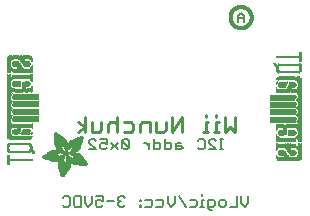
<source format=gbr>
G04 EAGLE Gerber RS-274X export*
G75*
%MOMM*%
%FSLAX34Y34*%
%LPD*%
%INSilkscreen Bottom*%
%IPPOS*%
%AMOC8*
5,1,8,0,0,1.08239X$1,22.5*%
G01*
%ADD10C,0.228600*%
%ADD11C,0.127000*%
%ADD12C,0.152400*%
%ADD13R,0.006300X0.050800*%
%ADD14R,0.006400X0.082600*%
%ADD15R,0.006300X0.120600*%
%ADD16R,0.006400X0.139700*%
%ADD17R,0.006300X0.158800*%
%ADD18R,0.006400X0.177800*%
%ADD19R,0.006300X0.196800*%
%ADD20R,0.006400X0.215900*%
%ADD21R,0.006300X0.228600*%
%ADD22R,0.006400X0.241300*%
%ADD23R,0.006300X0.254000*%
%ADD24R,0.006400X0.266700*%
%ADD25R,0.006300X0.279400*%
%ADD26R,0.006400X0.285700*%
%ADD27R,0.006300X0.298400*%
%ADD28R,0.006400X0.311200*%
%ADD29R,0.006300X0.317500*%
%ADD30R,0.006400X0.330200*%
%ADD31R,0.006300X0.336600*%
%ADD32R,0.006400X0.349200*%
%ADD33R,0.006300X0.361900*%
%ADD34R,0.006400X0.368300*%
%ADD35R,0.006300X0.381000*%
%ADD36R,0.006400X0.387300*%
%ADD37R,0.006300X0.393700*%
%ADD38R,0.006400X0.406400*%
%ADD39R,0.006300X0.412700*%
%ADD40R,0.006400X0.419100*%
%ADD41R,0.006300X0.431800*%
%ADD42R,0.006400X0.438100*%
%ADD43R,0.006300X0.450800*%
%ADD44R,0.006400X0.457200*%
%ADD45R,0.006300X0.463500*%
%ADD46R,0.006400X0.476200*%
%ADD47R,0.006300X0.482600*%
%ADD48R,0.006400X0.488900*%
%ADD49R,0.006300X0.501600*%
%ADD50R,0.006400X0.508000*%
%ADD51R,0.006300X0.514300*%
%ADD52R,0.006400X0.527000*%
%ADD53R,0.006300X0.533400*%
%ADD54R,0.006400X0.546100*%
%ADD55R,0.006300X0.552400*%
%ADD56R,0.006400X0.558800*%
%ADD57R,0.006300X0.571500*%
%ADD58R,0.006400X0.577800*%
%ADD59R,0.006300X0.584200*%
%ADD60R,0.006400X0.596900*%
%ADD61R,0.006300X0.603200*%
%ADD62R,0.006400X0.609600*%
%ADD63R,0.006300X0.622300*%
%ADD64R,0.006400X0.628600*%
%ADD65R,0.006300X0.641300*%
%ADD66R,0.006400X0.647700*%
%ADD67R,0.006300X0.063500*%
%ADD68R,0.006300X0.654000*%
%ADD69R,0.006400X0.101600*%
%ADD70R,0.006400X0.666700*%
%ADD71R,0.006300X0.139700*%
%ADD72R,0.006300X0.673100*%
%ADD73R,0.006400X0.165100*%
%ADD74R,0.006400X0.679400*%
%ADD75R,0.006300X0.196900*%
%ADD76R,0.006300X0.692100*%
%ADD77R,0.006400X0.222200*%
%ADD78R,0.006400X0.698500*%
%ADD79R,0.006300X0.247700*%
%ADD80R,0.006300X0.704800*%
%ADD81R,0.006400X0.279400*%
%ADD82R,0.006400X0.717500*%
%ADD83R,0.006300X0.298500*%
%ADD84R,0.006300X0.723900*%
%ADD85R,0.006400X0.736600*%
%ADD86R,0.006300X0.342900*%
%ADD87R,0.006300X0.742900*%
%ADD88R,0.006400X0.374700*%
%ADD89R,0.006400X0.749300*%
%ADD90R,0.006300X0.762000*%
%ADD91R,0.006400X0.412700*%
%ADD92R,0.006400X0.768300*%
%ADD93R,0.006300X0.438100*%
%ADD94R,0.006300X0.774700*%
%ADD95R,0.006400X0.463600*%
%ADD96R,0.006400X0.787400*%
%ADD97R,0.006300X0.793700*%
%ADD98R,0.006400X0.495300*%
%ADD99R,0.006400X0.800100*%
%ADD100R,0.006300X0.520700*%
%ADD101R,0.006300X0.812800*%
%ADD102R,0.006400X0.533400*%
%ADD103R,0.006400X0.819100*%
%ADD104R,0.006300X0.558800*%
%ADD105R,0.006300X0.825500*%
%ADD106R,0.006400X0.577900*%
%ADD107R,0.006400X0.831800*%
%ADD108R,0.006300X0.596900*%
%ADD109R,0.006300X0.844500*%
%ADD110R,0.006400X0.616000*%
%ADD111R,0.006400X0.850900*%
%ADD112R,0.006300X0.635000*%
%ADD113R,0.006300X0.857200*%
%ADD114R,0.006400X0.654100*%
%ADD115R,0.006400X0.863600*%
%ADD116R,0.006300X0.666700*%
%ADD117R,0.006300X0.869900*%
%ADD118R,0.006400X0.685800*%
%ADD119R,0.006400X0.876300*%
%ADD120R,0.006300X0.882600*%
%ADD121R,0.006400X0.723900*%
%ADD122R,0.006400X0.889000*%
%ADD123R,0.006300X0.895300*%
%ADD124R,0.006400X0.755700*%
%ADD125R,0.006400X0.901700*%
%ADD126R,0.006300X0.908000*%
%ADD127R,0.006400X0.793800*%
%ADD128R,0.006400X0.914400*%
%ADD129R,0.006300X0.806400*%
%ADD130R,0.006300X0.920700*%
%ADD131R,0.006400X0.825500*%
%ADD132R,0.006400X0.927100*%
%ADD133R,0.006300X0.933400*%
%ADD134R,0.006400X0.857300*%
%ADD135R,0.006400X0.939800*%
%ADD136R,0.006300X0.870000*%
%ADD137R,0.006300X0.939800*%
%ADD138R,0.006400X0.946100*%
%ADD139R,0.006300X0.952500*%
%ADD140R,0.006400X0.908000*%
%ADD141R,0.006400X0.958800*%
%ADD142R,0.006300X0.965200*%
%ADD143R,0.006400X0.965200*%
%ADD144R,0.006300X0.971500*%
%ADD145R,0.006400X0.952500*%
%ADD146R,0.006400X0.977900*%
%ADD147R,0.006300X0.958800*%
%ADD148R,0.006300X0.984200*%
%ADD149R,0.006400X0.971500*%
%ADD150R,0.006400X0.984200*%
%ADD151R,0.006300X0.990600*%
%ADD152R,0.006400X0.984300*%
%ADD153R,0.006400X0.996900*%
%ADD154R,0.006300X0.997000*%
%ADD155R,0.006300X0.996900*%
%ADD156R,0.006400X1.003300*%
%ADD157R,0.006300X1.016000*%
%ADD158R,0.006300X1.009600*%
%ADD159R,0.006400X1.016000*%
%ADD160R,0.006400X1.009600*%
%ADD161R,0.006300X1.022300*%
%ADD162R,0.006400X1.028700*%
%ADD163R,0.006300X1.035100*%
%ADD164R,0.006400X1.047800*%
%ADD165R,0.006300X1.054100*%
%ADD166R,0.006300X1.028700*%
%ADD167R,0.006400X1.054100*%
%ADD168R,0.006400X1.035000*%
%ADD169R,0.006300X1.060400*%
%ADD170R,0.006300X1.035000*%
%ADD171R,0.006400X1.060500*%
%ADD172R,0.006400X1.041400*%
%ADD173R,0.006300X1.066800*%
%ADD174R,0.006300X1.041400*%
%ADD175R,0.006400X1.079500*%
%ADD176R,0.006400X1.047700*%
%ADD177R,0.006300X1.085900*%
%ADD178R,0.006300X1.047700*%
%ADD179R,0.006400X1.085800*%
%ADD180R,0.006300X1.092200*%
%ADD181R,0.006400X1.085900*%
%ADD182R,0.006300X1.098600*%
%ADD183R,0.006400X1.098600*%
%ADD184R,0.006400X1.060400*%
%ADD185R,0.006300X1.104900*%
%ADD186R,0.006400X1.104900*%
%ADD187R,0.006400X1.066800*%
%ADD188R,0.006300X1.111200*%
%ADD189R,0.006400X1.117600*%
%ADD190R,0.006300X1.117600*%
%ADD191R,0.006300X1.073100*%
%ADD192R,0.006400X1.073100*%
%ADD193R,0.006300X1.124000*%
%ADD194R,0.006300X1.079500*%
%ADD195R,0.006400X1.123900*%
%ADD196R,0.006300X1.130300*%
%ADD197R,0.006400X1.130300*%
%ADD198R,0.006400X1.136700*%
%ADD199R,0.006300X1.136700*%
%ADD200R,0.006300X1.085800*%
%ADD201R,0.006400X1.136600*%
%ADD202R,0.006300X1.136600*%
%ADD203R,0.006400X1.143000*%
%ADD204R,0.006300X1.143000*%
%ADD205R,0.006300X1.149400*%
%ADD206R,0.006300X1.149300*%
%ADD207R,0.006400X1.149300*%
%ADD208R,0.006400X1.149400*%
%ADD209R,0.006400X1.155700*%
%ADD210R,0.006300X1.155700*%
%ADD211R,0.006300X1.060500*%
%ADD212R,0.006400X2.197100*%
%ADD213R,0.006300X2.197100*%
%ADD214R,0.006300X2.184400*%
%ADD215R,0.006400X2.184400*%
%ADD216R,0.006400X2.171700*%
%ADD217R,0.006300X2.171700*%
%ADD218R,0.006400X1.530300*%
%ADD219R,0.006300X1.505000*%
%ADD220R,0.006400X1.492300*%
%ADD221R,0.006300X1.485900*%
%ADD222R,0.006300X0.565200*%
%ADD223R,0.006400X1.473200*%
%ADD224R,0.006400X0.565200*%
%ADD225R,0.006300X1.460500*%
%ADD226R,0.006400X1.454100*%
%ADD227R,0.006400X0.552400*%
%ADD228R,0.006300X1.441500*%
%ADD229R,0.006300X0.546100*%
%ADD230R,0.006400X1.435100*%
%ADD231R,0.006400X0.539800*%
%ADD232R,0.006300X1.428800*%
%ADD233R,0.006400X1.422400*%
%ADD234R,0.006300X1.409700*%
%ADD235R,0.006300X0.527100*%
%ADD236R,0.006400X1.403300*%
%ADD237R,0.006400X0.527100*%
%ADD238R,0.006300X1.390700*%
%ADD239R,0.006400X1.384300*%
%ADD240R,0.006400X0.520700*%
%ADD241R,0.006300X1.384300*%
%ADD242R,0.006300X0.514400*%
%ADD243R,0.006400X1.371600*%
%ADD244R,0.006300X1.365200*%
%ADD245R,0.006300X0.508000*%
%ADD246R,0.006400X1.352600*%
%ADD247R,0.006400X0.501700*%
%ADD248R,0.006300X0.711200*%
%ADD249R,0.006300X0.603300*%
%ADD250R,0.006300X0.501700*%
%ADD251R,0.006400X0.692100*%
%ADD252R,0.006400X0.571500*%
%ADD253R,0.006300X0.679400*%
%ADD254R,0.006300X0.495300*%
%ADD255R,0.006400X0.673100*%
%ADD256R,0.006300X0.666800*%
%ADD257R,0.006300X0.488900*%
%ADD258R,0.006400X0.660400*%
%ADD259R,0.006400X0.482600*%
%ADD260R,0.006300X0.476200*%
%ADD261R,0.006400X0.654000*%
%ADD262R,0.006400X0.469900*%
%ADD263R,0.006400X0.476300*%
%ADD264R,0.006300X0.647700*%
%ADD265R,0.006300X0.457200*%
%ADD266R,0.006300X0.469900*%
%ADD267R,0.006400X0.641300*%
%ADD268R,0.006400X0.444500*%
%ADD269R,0.006300X0.463600*%
%ADD270R,0.006400X0.635000*%
%ADD271R,0.006400X0.463500*%
%ADD272R,0.006400X0.393700*%
%ADD273R,0.006400X0.450800*%
%ADD274R,0.006300X0.628600*%
%ADD275R,0.006300X0.387400*%
%ADD276R,0.006300X0.450900*%
%ADD277R,0.006400X0.628700*%
%ADD278R,0.006400X0.374600*%
%ADD279R,0.006300X0.368300*%
%ADD280R,0.006300X0.438200*%
%ADD281R,0.006400X0.622300*%
%ADD282R,0.006400X0.355600*%
%ADD283R,0.006400X0.431800*%
%ADD284R,0.006300X0.349300*%
%ADD285R,0.006300X0.425400*%
%ADD286R,0.006300X0.615900*%
%ADD287R,0.006300X0.330200*%
%ADD288R,0.006300X0.419100*%
%ADD289R,0.006300X0.616000*%
%ADD290R,0.006300X0.311200*%
%ADD291R,0.006300X0.406400*%
%ADD292R,0.006400X0.615900*%
%ADD293R,0.006400X0.304800*%
%ADD294R,0.006400X0.158800*%
%ADD295R,0.006300X0.609600*%
%ADD296R,0.006300X0.292100*%
%ADD297R,0.006300X0.235000*%
%ADD298R,0.006400X0.387400*%
%ADD299R,0.006400X0.292100*%
%ADD300R,0.006300X0.336500*%
%ADD301R,0.006300X0.260400*%
%ADD302R,0.006400X0.603300*%
%ADD303R,0.006400X0.260400*%
%ADD304R,0.006400X0.362000*%
%ADD305R,0.006400X0.450900*%
%ADD306R,0.006300X0.355600*%
%ADD307R,0.006400X0.342900*%
%ADD308R,0.006400X0.514300*%
%ADD309R,0.006300X0.234900*%
%ADD310R,0.006300X0.539700*%
%ADD311R,0.006400X0.603200*%
%ADD312R,0.006400X0.234900*%
%ADD313R,0.006400X0.920700*%
%ADD314R,0.006400X0.958900*%
%ADD315R,0.006300X0.215900*%
%ADD316R,0.006400X0.209600*%
%ADD317R,0.006300X0.203200*%
%ADD318R,0.006300X1.003300*%
%ADD319R,0.006400X0.203200*%
%ADD320R,0.006400X0.196900*%
%ADD321R,0.006300X0.190500*%
%ADD322R,0.006400X0.190500*%
%ADD323R,0.006300X0.184200*%
%ADD324R,0.006400X0.590500*%
%ADD325R,0.006400X0.184200*%
%ADD326R,0.006300X0.590500*%
%ADD327R,0.006300X0.177800*%
%ADD328R,0.006400X0.584200*%
%ADD329R,0.006400X1.168400*%
%ADD330R,0.006300X0.171500*%
%ADD331R,0.006300X1.187500*%
%ADD332R,0.006400X1.200100*%
%ADD333R,0.006300X0.577800*%
%ADD334R,0.006300X1.212900*%
%ADD335R,0.006400X1.231900*%
%ADD336R,0.006300X1.250900*%
%ADD337R,0.006400X0.565100*%
%ADD338R,0.006400X0.184100*%
%ADD339R,0.006400X1.263700*%
%ADD340R,0.006300X0.565100*%
%ADD341R,0.006300X1.289100*%
%ADD342R,0.006400X1.314400*%
%ADD343R,0.006300X0.552500*%
%ADD344R,0.006300X1.568500*%
%ADD345R,0.006400X0.552500*%
%ADD346R,0.006400X1.581200*%
%ADD347R,0.006300X1.593800*%
%ADD348R,0.006400X1.606500*%
%ADD349R,0.006300X1.619300*%
%ADD350R,0.006400X0.514400*%
%ADD351R,0.006400X1.638300*%
%ADD352R,0.006300X1.657300*%
%ADD353R,0.006400X2.209800*%
%ADD354R,0.006300X2.425700*%
%ADD355R,0.006400X2.470100*%
%ADD356R,0.006300X2.501900*%
%ADD357R,0.006400X2.533700*%
%ADD358R,0.006300X2.559000*%
%ADD359R,0.006400X2.584500*%
%ADD360R,0.006300X2.609900*%
%ADD361R,0.006400X2.628900*%
%ADD362R,0.006300X2.660600*%
%ADD363R,0.006400X2.673400*%
%ADD364R,0.006300X1.422400*%
%ADD365R,0.006300X1.200200*%
%ADD366R,0.006300X1.365300*%
%ADD367R,0.006400X1.365300*%
%ADD368R,0.006300X1.352500*%
%ADD369R,0.006300X1.098500*%
%ADD370R,0.006400X1.358900*%
%ADD371R,0.006300X1.352600*%
%ADD372R,0.006300X1.358900*%
%ADD373R,0.006300X1.371600*%
%ADD374R,0.006400X1.377900*%
%ADD375R,0.006400X1.397000*%
%ADD376R,0.006300X1.403300*%
%ADD377R,0.006300X0.914400*%
%ADD378R,0.006300X0.876300*%
%ADD379R,0.006300X0.374600*%
%ADD380R,0.006400X1.073200*%
%ADD381R,0.006300X0.374700*%
%ADD382R,0.006400X0.844600*%
%ADD383R,0.006300X0.844600*%
%ADD384R,0.006400X0.831900*%
%ADD385R,0.006400X1.092200*%
%ADD386R,0.006300X0.400000*%
%ADD387R,0.006400X0.819200*%
%ADD388R,0.006400X1.111300*%
%ADD389R,0.006400X0.812800*%
%ADD390R,0.006300X0.800100*%
%ADD391R,0.006300X0.476300*%
%ADD392R,0.006300X1.181100*%
%ADD393R,0.006400X0.501600*%
%ADD394R,0.006400X1.193800*%
%ADD395R,0.006400X0.781000*%
%ADD396R,0.006400X1.238200*%
%ADD397R,0.006300X0.781100*%
%ADD398R,0.006300X1.257300*%
%ADD399R,0.006400X1.295400*%
%ADD400R,0.006300X1.333500*%
%ADD401R,0.006400X0.774700*%
%ADD402R,0.006400X1.866900*%
%ADD403R,0.006300X0.209600*%
%ADD404R,0.006300X1.866900*%
%ADD405R,0.006400X0.768400*%
%ADD406R,0.006400X0.209500*%
%ADD407R,0.006400X1.860600*%
%ADD408R,0.006400X0.762000*%
%ADD409R,0.006300X0.768400*%
%ADD410R,0.006300X1.860600*%
%ADD411R,0.006400X1.860500*%
%ADD412R,0.006300X0.222300*%
%ADD413R,0.006300X1.854200*%
%ADD414R,0.006400X0.235000*%
%ADD415R,0.006400X1.854200*%
%ADD416R,0.006300X0.768300*%
%ADD417R,0.006400X0.260300*%
%ADD418R,0.006400X1.847800*%
%ADD419R,0.006300X0.266700*%
%ADD420R,0.006300X1.847800*%
%ADD421R,0.006400X0.273100*%
%ADD422R,0.006400X1.841500*%
%ADD423R,0.006300X0.285800*%
%ADD424R,0.006300X1.841500*%
%ADD425R,0.006400X0.298500*%
%ADD426R,0.006400X1.835100*%
%ADD427R,0.006300X0.781000*%
%ADD428R,0.006300X0.304800*%
%ADD429R,0.006300X1.835100*%
%ADD430R,0.006400X0.317500*%
%ADD431R,0.006400X1.828800*%
%ADD432R,0.006300X0.787400*%
%ADD433R,0.006300X0.323800*%
%ADD434R,0.006300X1.828800*%
%ADD435R,0.006400X0.793700*%
%ADD436R,0.006400X1.822400*%
%ADD437R,0.006300X0.806500*%
%ADD438R,0.006300X1.822400*%
%ADD439R,0.006400X1.816100*%
%ADD440R,0.006300X0.819100*%
%ADD441R,0.006300X0.387300*%
%ADD442R,0.006300X1.816100*%
%ADD443R,0.006400X1.809800*%
%ADD444R,0.006300X1.803400*%
%ADD445R,0.006400X1.797000*%
%ADD446R,0.006300X0.901700*%
%ADD447R,0.006300X1.797000*%
%ADD448R,0.006400X1.441400*%
%ADD449R,0.006400X1.790700*%
%ADD450R,0.006300X1.447800*%
%ADD451R,0.006300X1.784300*%
%ADD452R,0.006400X1.447800*%
%ADD453R,0.006400X1.784300*%
%ADD454R,0.006300X1.454100*%
%ADD455R,0.006300X1.771700*%
%ADD456R,0.006400X1.460500*%
%ADD457R,0.006400X1.759000*%
%ADD458R,0.006300X1.466800*%
%ADD459R,0.006300X1.752600*%
%ADD460R,0.006400X1.466800*%
%ADD461R,0.006400X1.739900*%
%ADD462R,0.006300X1.473200*%
%ADD463R,0.006300X1.727200*%
%ADD464R,0.006400X1.479500*%
%ADD465R,0.006400X1.714500*%
%ADD466R,0.006300X1.695400*%
%ADD467R,0.006400X1.485900*%
%ADD468R,0.006400X1.682700*%
%ADD469R,0.006300X1.492200*%
%ADD470R,0.006300X1.663700*%
%ADD471R,0.006400X1.498600*%
%ADD472R,0.006400X1.644600*%
%ADD473R,0.006300X1.498600*%
%ADD474R,0.006300X1.619200*%
%ADD475R,0.006400X1.511300*%
%ADD476R,0.006400X1.600200*%
%ADD477R,0.006300X1.517700*%
%ADD478R,0.006300X1.574800*%
%ADD479R,0.006400X1.524000*%
%ADD480R,0.006400X1.555800*%
%ADD481R,0.006300X1.524000*%
%ADD482R,0.006300X1.536700*%
%ADD483R,0.006400X1.530400*%
%ADD484R,0.006400X1.517700*%
%ADD485R,0.006300X1.492300*%
%ADD486R,0.006400X1.549400*%
%ADD487R,0.006400X1.479600*%
%ADD488R,0.006300X1.549400*%
%ADD489R,0.006400X1.555700*%
%ADD490R,0.006300X1.562100*%
%ADD491R,0.006300X0.323900*%
%ADD492R,0.006400X1.568400*%
%ADD493R,0.006400X0.336600*%
%ADD494R,0.006300X1.587500*%
%ADD495R,0.006300X0.971600*%
%ADD496R,0.006400X0.349300*%
%ADD497R,0.006300X1.600200*%
%ADD498R,0.006300X0.920800*%
%ADD499R,0.006400X0.882700*%
%ADD500R,0.006300X1.612900*%
%ADD501R,0.006300X0.362000*%
%ADD502R,0.006400X1.625600*%
%ADD503R,0.006300X1.625600*%
%ADD504R,0.006300X1.644600*%
%ADD505R,0.006300X0.736600*%
%ADD506R,0.006400X0.717600*%
%ADD507R,0.006300X1.657400*%
%ADD508R,0.006300X0.679500*%
%ADD509R,0.006400X1.663700*%
%ADD510R,0.006400X0.400000*%
%ADD511R,0.006300X1.676400*%
%ADD512R,0.006400X1.676400*%
%ADD513R,0.006400X0.425500*%
%ADD514R,0.006400X1.352500*%
%ADD515R,0.006300X0.444500*%
%ADD516R,0.006400X0.361900*%
%ADD517R,0.006300X0.088900*%
%ADD518R,0.006300X1.009700*%
%ADD519R,0.006400X1.009700*%
%ADD520R,0.006400X1.022300*%
%ADD521R,0.006400X1.346200*%
%ADD522R,0.006300X1.346200*%
%ADD523R,0.006400X1.339900*%
%ADD524R,0.006400X1.035100*%
%ADD525R,0.006300X1.339800*%
%ADD526R,0.006400X1.333500*%
%ADD527R,0.006400X1.327200*%
%ADD528R,0.006300X1.320800*%
%ADD529R,0.006400X1.314500*%
%ADD530R,0.006300X1.314400*%
%ADD531R,0.006400X1.301700*%
%ADD532R,0.006300X1.295400*%
%ADD533R,0.006400X1.289000*%
%ADD534R,0.006300X1.276300*%
%ADD535R,0.006300X1.251000*%
%ADD536R,0.006400X1.244600*%
%ADD537R,0.006300X1.231900*%
%ADD538R,0.006400X1.212800*%
%ADD539R,0.006300X1.200100*%
%ADD540R,0.006400X1.187400*%
%ADD541R,0.006300X1.168400*%
%ADD542R,0.006300X1.047800*%
%ADD543R,0.006300X0.977900*%
%ADD544R,0.006400X0.946200*%
%ADD545R,0.006400X0.933400*%
%ADD546R,0.006400X0.895300*%
%ADD547R,0.006300X0.882700*%
%ADD548R,0.006300X0.863600*%
%ADD549R,0.006400X0.857200*%
%ADD550R,0.006300X0.850900*%
%ADD551R,0.006300X0.838200*%
%ADD552R,0.006400X0.806500*%
%ADD553R,0.006300X0.717600*%
%ADD554R,0.006400X0.711200*%
%ADD555R,0.006400X0.641400*%
%ADD556R,0.006300X0.641400*%
%ADD557R,0.006300X0.628700*%
%ADD558R,0.006300X0.590600*%
%ADD559R,0.006400X0.539700*%
%ADD560R,0.006300X0.285700*%
%ADD561R,0.006300X0.222200*%
%ADD562R,0.006300X0.171400*%
%ADD563R,0.006400X0.152400*%
%ADD564R,0.006300X0.133400*%
%ADD565C,0.304800*%
%ADD566C,0.203200*%
%ADD567R,0.022863X0.462278*%
%ADD568R,0.022863X0.462281*%
%ADD569R,0.022863X0.436881*%
%ADD570R,0.023113X0.462278*%
%ADD571R,0.023113X0.462281*%
%ADD572R,0.023113X0.436881*%
%ADD573R,0.023116X0.462278*%
%ADD574R,0.023116X0.462281*%
%ADD575R,0.023116X0.436881*%
%ADD576R,0.023113X0.022863*%
%ADD577R,0.023116X0.091441*%
%ADD578R,0.023113X0.139700*%
%ADD579R,0.023116X0.185419*%
%ADD580R,0.023113X0.254000*%
%ADD581R,0.023113X0.299719*%
%ADD582R,0.023116X0.345438*%
%ADD583R,0.023113X0.391159*%
%ADD584R,0.023116X0.393700*%
%ADD585R,0.022863X0.325119*%
%ADD586R,0.022863X0.599438*%
%ADD587R,0.022863X0.622300*%
%ADD588R,0.022863X0.530859*%
%ADD589R,0.022863X0.439422*%
%ADD590R,0.022863X0.231138*%
%ADD591R,0.022863X0.071119*%
%ADD592R,0.022863X0.533400*%
%ADD593R,0.022863X0.208281*%
%ADD594R,0.023113X0.345441*%
%ADD595R,0.023113X0.576578*%
%ADD596R,0.023113X0.599438*%
%ADD597R,0.023113X0.508000*%
%ADD598R,0.023113X0.416563*%
%ADD599R,0.023113X0.208278*%
%ADD600R,0.023113X0.553722*%
%ADD601R,0.023113X0.208281*%
%ADD602R,0.023116X0.345441*%
%ADD603R,0.023116X0.530859*%
%ADD604R,0.023116X0.370841*%
%ADD605R,0.023116X0.162559*%
%ADD606R,0.023116X0.576581*%
%ADD607R,0.023116X0.208281*%
%ADD608R,0.023113X0.322578*%
%ADD609R,0.023113X0.485137*%
%ADD610R,0.023113X0.416559*%
%ADD611R,0.023113X0.347981*%
%ADD612R,0.023113X0.116838*%
%ADD613R,0.023113X0.647700*%
%ADD614R,0.023116X0.322581*%
%ADD615R,0.023116X0.485137*%
%ADD616R,0.023116X0.093978*%
%ADD617R,0.023116X0.231141*%
%ADD618R,0.023116X0.693419*%
%ADD619R,0.023113X0.322581*%
%ADD620R,0.023113X0.439419*%
%ADD621R,0.023113X0.370841*%
%ADD622R,0.023113X0.299722*%
%ADD623R,0.023113X0.045719*%
%ADD624R,0.023113X0.739138*%
%ADD625R,0.023113X0.414019*%
%ADD626R,0.023113X0.347978*%
%ADD627R,0.023113X0.762000*%
%ADD628R,0.023116X0.414019*%
%ADD629R,0.023116X0.182881*%
%ADD630R,0.023116X0.347978*%
%ADD631R,0.023116X0.276863*%
%ADD632R,0.023116X0.116841*%
%ADD633R,0.023116X0.276859*%
%ADD634R,0.023116X0.784863*%
%ADD635R,0.023113X0.325119*%
%ADD636R,0.023113X0.276863*%
%ADD637R,0.023113X0.276859*%
%ADD638R,0.023116X0.325119*%
%ADD639R,0.023116X0.391159*%
%ADD640R,0.023116X0.302259*%
%ADD641R,0.023116X0.254000*%
%ADD642R,0.023113X0.302259*%
%ADD643R,0.023113X0.393700*%
%ADD644R,0.023113X0.231141*%
%ADD645R,0.022863X0.302259*%
%ADD646R,0.022863X0.439419*%
%ADD647R,0.022863X0.368300*%
%ADD648R,0.022863X0.391159*%
%ADD649R,0.022863X0.416559*%
%ADD650R,0.022863X0.276863*%
%ADD651R,0.022863X0.205741*%
%ADD652R,0.023113X0.368300*%
%ADD653R,0.023113X0.205741*%
%ADD654R,0.023116X0.368300*%
%ADD655R,0.023116X0.205741*%
%ADD656R,0.023113X0.182881*%
%ADD657R,0.022863X0.276859*%
%ADD658R,0.022863X0.182881*%
%ADD659R,0.023113X0.924559*%
%ADD660R,0.023116X0.924559*%
%ADD661R,0.023113X0.901700*%
%ADD662R,0.023116X0.901700*%
%ADD663R,0.023113X0.878841*%
%ADD664R,0.023116X0.855981*%
%ADD665R,0.023113X0.833119*%
%ADD666R,0.022863X0.787400*%
%ADD667R,0.022863X0.414019*%
%ADD668R,0.022863X0.924559*%
%ADD669R,0.023113X0.739141*%
%ADD670R,0.023116X0.716281*%
%ADD671R,0.023116X0.299722*%
%ADD672R,0.023113X0.670559*%
%ADD673R,0.023116X0.647700*%
%ADD674R,0.023116X0.508000*%
%ADD675R,0.023116X0.299719*%
%ADD676R,0.023113X0.601981*%
%ADD677R,0.023113X0.530859*%
%ADD678R,0.023113X0.231138*%
%ADD679R,0.023113X0.556259*%
%ADD680R,0.023113X0.185419*%
%ADD681R,0.023116X0.533400*%
%ADD682R,0.023116X0.599438*%
%ADD683R,0.023116X0.416563*%
%ADD684R,0.023116X0.116838*%
%ADD685R,0.023113X0.485141*%
%ADD686R,0.023113X0.645159*%
%ADD687R,0.023113X0.716278*%
%ADD688R,0.022863X0.393700*%
%ADD689R,0.022863X0.762000*%
%ADD690R,0.022863X0.624841*%
%ADD691R,0.023113X0.784859*%
%ADD692R,0.023113X0.693422*%
%ADD693R,0.023116X0.830578*%
%ADD694R,0.023116X0.739141*%
%ADD695R,0.023113X0.876300*%
%ADD696R,0.023113X0.807722*%
%ADD697R,0.023116X0.899159*%
%ADD698R,0.023116X0.878841*%
%ADD699R,0.023113X0.922019*%
%ADD700R,0.023113X0.947419*%
%ADD701R,0.023116X0.970278*%
%ADD702R,0.023113X0.970278*%
%ADD703R,0.023116X0.439419*%
%ADD704R,0.022863X0.299722*%
%ADD705R,0.023116X0.416559*%
%ADD706R,0.023116X0.347981*%
%ADD707R,0.023113X0.137159*%
%ADD708R,0.023113X0.093978*%
%ADD709R,0.023113X0.091441*%
%ADD710R,0.023113X0.093981*%
%ADD711R,0.023113X0.114300*%
%ADD712R,0.023116X0.045719*%
%ADD713R,0.023116X0.045722*%
%ADD714R,0.023113X0.071119*%
%ADD715R,0.023113X0.116841*%
%ADD716R,0.023116X0.139700*%
%ADD717R,0.022863X0.322581*%
%ADD718R,0.022863X0.345441*%
%ADD719R,0.022863X0.162559*%
%ADD720R,0.022863X0.576581*%
%ADD721R,0.023113X0.668019*%
%ADD722R,0.023113X0.533400*%
%ADD723R,0.023116X1.455419*%
%ADD724R,0.023116X5.519419*%
%ADD725R,0.023113X1.455419*%
%ADD726R,0.023113X5.519419*%
%ADD727R,0.023116X5.494019*%
%ADD728R,0.023113X1.430019*%
%ADD729R,0.023113X5.494019*%
%ADD730R,0.023116X1.430019*%
%ADD731R,0.023116X5.471159*%
%ADD732R,0.023116X0.762000*%
%ADD733R,0.023113X1.407159*%
%ADD734R,0.023113X5.471159*%
%ADD735R,0.022863X1.384300*%
%ADD736R,0.022863X5.448300*%
%ADD737R,0.022863X0.716278*%
%ADD738R,0.022863X0.878841*%
%ADD739R,0.023113X1.361438*%
%ADD740R,0.023113X5.425438*%
%ADD741R,0.023116X1.338578*%
%ADD742R,0.023116X5.402578*%
%ADD743R,0.023116X0.624841*%
%ADD744R,0.023113X1.292859*%
%ADD745R,0.023113X5.356859*%
%ADD746R,0.023116X1.224278*%
%ADD747R,0.023116X5.288278*%


D10*
X67813Y-44566D02*
X67813Y-57023D01*
X63660Y-52871D01*
X59508Y-57023D01*
X59508Y-44566D01*
X54248Y-48719D02*
X52171Y-48719D01*
X52171Y-57023D01*
X50095Y-57023D02*
X54248Y-57023D01*
X52171Y-44566D02*
X52171Y-42490D01*
X45204Y-48719D02*
X43128Y-48719D01*
X43128Y-57023D01*
X45204Y-57023D02*
X41052Y-57023D01*
X43128Y-44566D02*
X43128Y-42490D01*
X22596Y-44566D02*
X22596Y-57023D01*
X14291Y-57023D02*
X22596Y-44566D01*
X14291Y-44566D02*
X14291Y-57023D01*
X9031Y-54947D02*
X9031Y-48719D01*
X9031Y-54947D02*
X6955Y-57023D01*
X726Y-57023D01*
X726Y-48719D01*
X-4534Y-48719D02*
X-4534Y-57023D01*
X-4534Y-48719D02*
X-10763Y-48719D01*
X-12839Y-50795D01*
X-12839Y-57023D01*
X-20175Y-48719D02*
X-26404Y-48719D01*
X-20175Y-48719D02*
X-18099Y-50795D01*
X-18099Y-54947D01*
X-20175Y-57023D01*
X-26404Y-57023D01*
X-31664Y-57023D02*
X-31664Y-44566D01*
X-33740Y-48719D02*
X-31664Y-50795D01*
X-33740Y-48719D02*
X-37893Y-48719D01*
X-39969Y-50795D01*
X-39969Y-57023D01*
X-45229Y-54947D02*
X-45229Y-48719D01*
X-45229Y-54947D02*
X-47305Y-57023D01*
X-53534Y-57023D01*
X-53534Y-48719D01*
X-58794Y-44566D02*
X-58794Y-57023D01*
X-58794Y-52871D02*
X-65023Y-57023D01*
X-58794Y-52871D02*
X-65023Y-48719D01*
D11*
X79029Y-111117D02*
X79029Y-117049D01*
X76063Y-120015D01*
X73097Y-117049D01*
X73097Y-111117D01*
X69674Y-111117D02*
X69674Y-120015D01*
X63742Y-120015D01*
X58835Y-120015D02*
X55870Y-120015D01*
X54387Y-118532D01*
X54387Y-115566D01*
X55870Y-114083D01*
X58835Y-114083D01*
X60318Y-115566D01*
X60318Y-118532D01*
X58835Y-120015D01*
X47997Y-122981D02*
X46514Y-122981D01*
X45031Y-121498D01*
X45031Y-114083D01*
X49480Y-114083D01*
X50963Y-115566D01*
X50963Y-118532D01*
X49480Y-120015D01*
X45031Y-120015D01*
X41608Y-114083D02*
X40125Y-114083D01*
X40125Y-120015D01*
X41608Y-120015D02*
X38642Y-120015D01*
X40125Y-111117D02*
X40125Y-109634D01*
X33888Y-114083D02*
X29440Y-114083D01*
X33888Y-114083D02*
X35371Y-115566D01*
X35371Y-118532D01*
X33888Y-120015D01*
X29440Y-120015D01*
X26016Y-120015D02*
X20084Y-111117D01*
X16661Y-111117D02*
X16661Y-117049D01*
X13695Y-120015D01*
X10729Y-117049D01*
X10729Y-111117D01*
X5823Y-114083D02*
X1374Y-114083D01*
X5823Y-114083D02*
X7306Y-115566D01*
X7306Y-118532D01*
X5823Y-120015D01*
X1374Y-120015D01*
X-3532Y-114083D02*
X-7981Y-114083D01*
X-3532Y-114083D02*
X-2050Y-115566D01*
X-2050Y-118532D01*
X-3532Y-120015D01*
X-7981Y-120015D01*
X-11405Y-114083D02*
X-12888Y-114083D01*
X-12888Y-115566D01*
X-11405Y-115566D01*
X-11405Y-114083D01*
X-11405Y-118532D02*
X-12888Y-118532D01*
X-12888Y-120015D01*
X-11405Y-120015D01*
X-11405Y-118532D01*
X-25438Y-112600D02*
X-26920Y-111117D01*
X-29886Y-111117D01*
X-31369Y-112600D01*
X-31369Y-114083D01*
X-29886Y-115566D01*
X-28403Y-115566D01*
X-29886Y-115566D02*
X-31369Y-117049D01*
X-31369Y-118532D01*
X-29886Y-120015D01*
X-26920Y-120015D01*
X-25438Y-118532D01*
X-34793Y-115566D02*
X-40724Y-115566D01*
X-44148Y-111117D02*
X-50080Y-111117D01*
X-44148Y-111117D02*
X-44148Y-115566D01*
X-47114Y-114083D01*
X-48597Y-114083D01*
X-50080Y-115566D01*
X-50080Y-118532D01*
X-48597Y-120015D01*
X-45631Y-120015D01*
X-44148Y-118532D01*
X-53503Y-117049D02*
X-53503Y-111117D01*
X-53503Y-117049D02*
X-56469Y-120015D01*
X-59435Y-117049D01*
X-59435Y-111117D01*
X-62858Y-111117D02*
X-62858Y-120015D01*
X-67307Y-120015D01*
X-68790Y-118532D01*
X-68790Y-112600D01*
X-67307Y-111117D01*
X-62858Y-111117D01*
X-76662Y-111117D02*
X-78145Y-112600D01*
X-76662Y-111117D02*
X-73696Y-111117D01*
X-72213Y-112600D01*
X-72213Y-118532D01*
X-73696Y-120015D01*
X-76662Y-120015D01*
X-78145Y-118532D01*
D12*
X54827Y-71628D02*
X57708Y-71628D01*
X56267Y-71628D02*
X56267Y-62985D01*
X54827Y-62985D02*
X57708Y-62985D01*
X51471Y-71628D02*
X45709Y-71628D01*
X51471Y-71628D02*
X45709Y-65866D01*
X45709Y-64425D01*
X47150Y-62985D01*
X50031Y-62985D01*
X51471Y-64425D01*
X37794Y-62985D02*
X36354Y-64425D01*
X37794Y-62985D02*
X40675Y-62985D01*
X42116Y-64425D01*
X42116Y-70187D01*
X40675Y-71628D01*
X37794Y-71628D01*
X36354Y-70187D01*
X21965Y-65866D02*
X19084Y-65866D01*
X17643Y-67306D01*
X17643Y-71628D01*
X21965Y-71628D01*
X23406Y-70187D01*
X21965Y-68747D01*
X17643Y-68747D01*
X8288Y-71628D02*
X8288Y-62985D01*
X8288Y-71628D02*
X12610Y-71628D01*
X14050Y-70187D01*
X14050Y-67306D01*
X12610Y-65866D01*
X8288Y-65866D01*
X-1067Y-62985D02*
X-1067Y-71628D01*
X3255Y-71628D01*
X4695Y-70187D01*
X4695Y-67306D01*
X3255Y-65866D01*
X-1067Y-65866D01*
X-4660Y-65866D02*
X-4660Y-71628D01*
X-4660Y-68747D02*
X-7541Y-65866D01*
X-8982Y-65866D01*
X-21811Y-64425D02*
X-21811Y-70187D01*
X-21811Y-64425D02*
X-23252Y-62985D01*
X-26133Y-62985D01*
X-27573Y-64425D01*
X-27573Y-70187D01*
X-26133Y-71628D01*
X-23252Y-71628D01*
X-21811Y-70187D01*
X-27573Y-64425D01*
X-31166Y-65866D02*
X-36929Y-71628D01*
X-36929Y-65866D02*
X-31166Y-71628D01*
X-40521Y-62985D02*
X-46284Y-62985D01*
X-40521Y-62985D02*
X-40521Y-67306D01*
X-43403Y-65866D01*
X-44843Y-65866D01*
X-46284Y-67306D01*
X-46284Y-70187D01*
X-44843Y-71628D01*
X-41962Y-71628D01*
X-40521Y-70187D01*
X-49877Y-71628D02*
X-55639Y-71628D01*
X-49877Y-71628D02*
X-55639Y-65866D01*
X-55639Y-64425D01*
X-54198Y-62985D01*
X-51317Y-62985D01*
X-49877Y-64425D01*
D13*
X-56706Y-83788D03*
D14*
X-56769Y-83820D03*
D15*
X-56833Y-83820D03*
D16*
X-56896Y-83789D03*
D17*
X-56960Y-83820D03*
D18*
X-57023Y-83788D03*
D19*
X-57087Y-83820D03*
D20*
X-57150Y-83789D03*
D21*
X-57214Y-83788D03*
D22*
X-57277Y-83725D03*
D23*
X-57341Y-83725D03*
D24*
X-57404Y-83662D03*
D25*
X-57468Y-83661D03*
D26*
X-57531Y-83630D03*
D27*
X-57595Y-83566D03*
D28*
X-57658Y-83566D03*
D29*
X-57722Y-83535D03*
D30*
X-57785Y-83471D03*
D31*
X-57849Y-83439D03*
D32*
X-57912Y-83439D03*
D33*
X-57976Y-83376D03*
D34*
X-58039Y-83344D03*
D35*
X-58103Y-83280D03*
D36*
X-58166Y-83249D03*
D37*
X-58230Y-83217D03*
D38*
X-58293Y-83153D03*
D39*
X-58357Y-83122D03*
D40*
X-58420Y-83090D03*
D41*
X-58484Y-83026D03*
D42*
X-58547Y-82995D03*
D43*
X-58611Y-82931D03*
D44*
X-58674Y-82899D03*
D45*
X-58738Y-82868D03*
D46*
X-58801Y-82804D03*
D47*
X-58865Y-82772D03*
D48*
X-58928Y-82741D03*
D49*
X-58992Y-82677D03*
D50*
X-59055Y-82645D03*
D51*
X-59119Y-82614D03*
D52*
X-59182Y-82550D03*
D53*
X-59246Y-82518D03*
D54*
X-59309Y-82455D03*
D55*
X-59373Y-82423D03*
D56*
X-59436Y-82391D03*
D57*
X-59500Y-82328D03*
D58*
X-59563Y-82296D03*
D59*
X-59627Y-82264D03*
D60*
X-59690Y-82201D03*
D61*
X-59754Y-82169D03*
D62*
X-59817Y-82137D03*
D63*
X-59881Y-82074D03*
D64*
X-59944Y-82042D03*
D65*
X-60008Y-81979D03*
D66*
X-60071Y-81947D03*
D67*
X-60135Y-62135D03*
D68*
X-60135Y-81915D03*
D69*
X-60198Y-62135D03*
D70*
X-60198Y-81852D03*
D71*
X-60262Y-62199D03*
D72*
X-60262Y-81820D03*
D73*
X-60325Y-62262D03*
D74*
X-60325Y-81788D03*
D75*
X-60389Y-62294D03*
D76*
X-60389Y-81725D03*
D77*
X-60452Y-62357D03*
D78*
X-60452Y-81693D03*
D79*
X-60516Y-62421D03*
D80*
X-60516Y-81661D03*
D81*
X-60579Y-62516D03*
D82*
X-60579Y-81598D03*
D83*
X-60643Y-62548D03*
D84*
X-60643Y-81566D03*
D30*
X-60706Y-62643D03*
D85*
X-60706Y-81502D03*
D86*
X-60770Y-62707D03*
D87*
X-60770Y-81471D03*
D88*
X-60833Y-62802D03*
D89*
X-60833Y-81439D03*
D37*
X-60897Y-62897D03*
D90*
X-60897Y-81375D03*
D91*
X-60960Y-62929D03*
D92*
X-60960Y-81344D03*
D93*
X-61024Y-63056D03*
D94*
X-61024Y-81312D03*
D95*
X-61087Y-63119D03*
D96*
X-61087Y-81248D03*
D47*
X-61151Y-63214D03*
D97*
X-61151Y-81217D03*
D98*
X-61214Y-63278D03*
D99*
X-61214Y-81185D03*
D100*
X-61278Y-63405D03*
D101*
X-61278Y-81121D03*
D102*
X-61341Y-63468D03*
D103*
X-61341Y-81090D03*
D104*
X-61405Y-63595D03*
D105*
X-61405Y-81058D03*
D106*
X-61468Y-63691D03*
D107*
X-61468Y-81026D03*
D108*
X-61532Y-63786D03*
D109*
X-61532Y-80963D03*
D110*
X-61595Y-63881D03*
D111*
X-61595Y-80931D03*
D112*
X-61659Y-63976D03*
D113*
X-61659Y-80899D03*
D114*
X-61722Y-64072D03*
D115*
X-61722Y-80867D03*
D116*
X-61786Y-64199D03*
D117*
X-61786Y-80836D03*
D118*
X-61849Y-64294D03*
D119*
X-61849Y-80804D03*
D80*
X-61913Y-64389D03*
D120*
X-61913Y-80772D03*
D121*
X-61976Y-64485D03*
D122*
X-61976Y-80740D03*
D87*
X-62040Y-64580D03*
D123*
X-62040Y-80709D03*
D124*
X-62103Y-64707D03*
D125*
X-62103Y-80677D03*
D94*
X-62167Y-64802D03*
D126*
X-62167Y-80645D03*
D127*
X-62230Y-64897D03*
D128*
X-62230Y-80613D03*
D129*
X-62294Y-65024D03*
D130*
X-62294Y-80582D03*
D131*
X-62357Y-65120D03*
D132*
X-62357Y-80550D03*
D109*
X-62421Y-65215D03*
D133*
X-62421Y-80518D03*
D134*
X-62484Y-65342D03*
D135*
X-62484Y-80486D03*
D136*
X-62548Y-65405D03*
D137*
X-62548Y-80486D03*
D122*
X-62611Y-65500D03*
D138*
X-62611Y-80455D03*
D123*
X-62675Y-65596D03*
D139*
X-62675Y-80423D03*
D140*
X-62738Y-65659D03*
D141*
X-62738Y-80391D03*
D130*
X-62802Y-65723D03*
D142*
X-62802Y-80359D03*
D132*
X-62865Y-65818D03*
D143*
X-62865Y-80359D03*
D137*
X-62929Y-65881D03*
D144*
X-62929Y-80328D03*
D145*
X-62992Y-65945D03*
D146*
X-62992Y-80296D03*
D147*
X-63056Y-66040D03*
D148*
X-63056Y-80264D03*
D149*
X-63119Y-66104D03*
D150*
X-63119Y-80264D03*
D148*
X-63183Y-66167D03*
D151*
X-63183Y-80232D03*
D152*
X-63246Y-66231D03*
D153*
X-63246Y-80201D03*
D154*
X-63310Y-66294D03*
D155*
X-63310Y-80201D03*
D156*
X-63373Y-66326D03*
X-63373Y-80169D03*
D157*
X-63437Y-66389D03*
D158*
X-63437Y-80137D03*
D159*
X-63500Y-66453D03*
D160*
X-63500Y-80137D03*
D161*
X-63564Y-66485D03*
D157*
X-63564Y-80105D03*
D162*
X-63627Y-66580D03*
D159*
X-63627Y-80105D03*
D163*
X-63691Y-66612D03*
D161*
X-63691Y-80074D03*
D164*
X-63754Y-66675D03*
D162*
X-63754Y-80042D03*
D165*
X-63818Y-66707D03*
D166*
X-63818Y-80042D03*
D167*
X-63881Y-66771D03*
D168*
X-63881Y-80010D03*
D169*
X-63945Y-66802D03*
D170*
X-63945Y-80010D03*
D171*
X-64008Y-66866D03*
D172*
X-64008Y-79978D03*
D173*
X-64072Y-66897D03*
D174*
X-64072Y-79978D03*
D175*
X-64135Y-66961D03*
D176*
X-64135Y-79947D03*
D177*
X-64199Y-66993D03*
D178*
X-64199Y-79947D03*
D179*
X-64262Y-67056D03*
D167*
X-64262Y-79915D03*
D180*
X-64326Y-67088D03*
D165*
X-64326Y-79915D03*
D181*
X-64389Y-67120D03*
D167*
X-64389Y-79915D03*
D182*
X-64453Y-67183D03*
D169*
X-64453Y-79883D03*
D183*
X-64516Y-67183D03*
D184*
X-64516Y-79883D03*
D185*
X-64580Y-67215D03*
D173*
X-64580Y-79851D03*
D186*
X-64643Y-67279D03*
D187*
X-64643Y-79851D03*
D188*
X-64707Y-67310D03*
D173*
X-64707Y-79851D03*
D189*
X-64770Y-67342D03*
D187*
X-64770Y-79851D03*
D190*
X-64834Y-67405D03*
D191*
X-64834Y-79820D03*
D189*
X-64897Y-67405D03*
D192*
X-64897Y-79820D03*
D193*
X-64961Y-67437D03*
D194*
X-64961Y-79788D03*
D195*
X-65024Y-67501D03*
D175*
X-65024Y-79788D03*
D196*
X-65088Y-67533D03*
D194*
X-65088Y-79788D03*
D197*
X-65151Y-67533D03*
D175*
X-65151Y-79788D03*
D196*
X-65215Y-67596D03*
D194*
X-65215Y-79788D03*
D198*
X-65278Y-67628D03*
D179*
X-65278Y-79756D03*
D199*
X-65342Y-67628D03*
D200*
X-65342Y-79756D03*
D201*
X-65405Y-67691D03*
D175*
X-65405Y-79725D03*
D202*
X-65469Y-67691D03*
D194*
X-65469Y-79725D03*
D203*
X-65532Y-67723D03*
D181*
X-65532Y-79693D03*
D204*
X-65596Y-67786D03*
D177*
X-65596Y-79693D03*
D203*
X-65659Y-67786D03*
D181*
X-65659Y-79693D03*
D205*
X-65723Y-67818D03*
D177*
X-65723Y-79693D03*
D203*
X-65786Y-67850D03*
D181*
X-65786Y-79693D03*
D206*
X-65850Y-67882D03*
D177*
X-65850Y-79693D03*
D207*
X-65913Y-67882D03*
D181*
X-65913Y-79693D03*
D205*
X-65977Y-67945D03*
D177*
X-65977Y-79693D03*
D208*
X-66040Y-67945D03*
D181*
X-66040Y-79693D03*
D205*
X-66104Y-67945D03*
D200*
X-66104Y-79629D03*
D207*
X-66167Y-68009D03*
D179*
X-66167Y-79629D03*
D206*
X-66231Y-68009D03*
D200*
X-66231Y-79629D03*
D209*
X-66294Y-68041D03*
D179*
X-66294Y-79629D03*
D205*
X-66358Y-68072D03*
D200*
X-66358Y-79629D03*
D208*
X-66421Y-68072D03*
D179*
X-66421Y-79629D03*
D210*
X-66485Y-68104D03*
D200*
X-66485Y-79629D03*
D207*
X-66548Y-68136D03*
D179*
X-66548Y-79629D03*
D206*
X-66612Y-68136D03*
D194*
X-66612Y-79598D03*
D209*
X-66675Y-68168D03*
D175*
X-66675Y-79598D03*
D205*
X-66739Y-68199D03*
D194*
X-66739Y-79598D03*
D208*
X-66802Y-68199D03*
D175*
X-66802Y-79598D03*
D205*
X-66866Y-68199D03*
D194*
X-66866Y-79598D03*
D207*
X-66929Y-68263D03*
D192*
X-66929Y-79566D03*
D206*
X-66993Y-68263D03*
D191*
X-66993Y-79566D03*
D207*
X-67056Y-68263D03*
D187*
X-67056Y-79597D03*
D205*
X-67120Y-68326D03*
D173*
X-67120Y-79597D03*
D208*
X-67183Y-68326D03*
D187*
X-67183Y-79597D03*
D205*
X-67247Y-68326D03*
D211*
X-67247Y-79566D03*
D203*
X-67310Y-68358D03*
D171*
X-67310Y-79566D03*
D206*
X-67374Y-68390D03*
D211*
X-67374Y-79566D03*
D207*
X-67437Y-68390D03*
D167*
X-67437Y-79534D03*
D204*
X-67501Y-68421D03*
D165*
X-67501Y-79534D03*
D208*
X-67564Y-68453D03*
D167*
X-67564Y-79534D03*
D205*
X-67628Y-68453D03*
D165*
X-67628Y-79534D03*
D212*
X-67691Y-73756D03*
D213*
X-67755Y-73756D03*
D212*
X-67818Y-73756D03*
D214*
X-67882Y-73755D03*
D215*
X-67945Y-73755D03*
D214*
X-68009Y-73755D03*
D216*
X-68072Y-73756D03*
D217*
X-68136Y-73756D03*
D218*
X-68199Y-70549D03*
D60*
X-68199Y-81566D03*
D219*
X-68263Y-70485D03*
D59*
X-68263Y-81629D03*
D220*
X-68326Y-70422D03*
D58*
X-68326Y-81661D03*
D221*
X-68390Y-70390D03*
D222*
X-68390Y-81661D03*
D223*
X-68453Y-70326D03*
D224*
X-68453Y-81661D03*
D225*
X-68517Y-70327D03*
D55*
X-68517Y-81661D03*
D226*
X-68580Y-70295D03*
D227*
X-68580Y-81661D03*
D228*
X-68644Y-70295D03*
D229*
X-68644Y-81630D03*
D230*
X-68707Y-70263D03*
D231*
X-68707Y-81661D03*
D232*
X-68771Y-70231D03*
D53*
X-68771Y-81629D03*
D233*
X-68834Y-70199D03*
D102*
X-68834Y-81629D03*
D234*
X-68898Y-70200D03*
D235*
X-68898Y-81598D03*
D236*
X-68961Y-70168D03*
D237*
X-68961Y-81598D03*
D238*
X-69025Y-70168D03*
D100*
X-69025Y-81566D03*
D239*
X-69088Y-70136D03*
D240*
X-69088Y-81566D03*
D241*
X-69152Y-70136D03*
D242*
X-69152Y-81534D03*
D243*
X-69215Y-70136D03*
D50*
X-69215Y-81502D03*
D244*
X-69279Y-70104D03*
D245*
X-69279Y-81502D03*
D246*
X-69342Y-70104D03*
D247*
X-69342Y-81471D03*
D248*
X-69406Y-66897D03*
D249*
X-69406Y-73851D03*
D250*
X-69406Y-81471D03*
D251*
X-69469Y-66866D03*
D252*
X-69469Y-73946D03*
D98*
X-69469Y-81439D03*
D253*
X-69533Y-66802D03*
D229*
X-69533Y-74010D03*
D254*
X-69533Y-81376D03*
D255*
X-69596Y-66834D03*
D102*
X-69596Y-74073D03*
D48*
X-69596Y-81344D03*
D256*
X-69660Y-66802D03*
D51*
X-69660Y-74105D03*
D257*
X-69660Y-81344D03*
D258*
X-69723Y-66770D03*
D98*
X-69723Y-74137D03*
D259*
X-69723Y-81312D03*
D68*
X-69787Y-66802D03*
D47*
X-69787Y-74200D03*
D260*
X-69787Y-81280D03*
D261*
X-69850Y-66802D03*
D262*
X-69850Y-74200D03*
D263*
X-69850Y-81217D03*
D264*
X-69914Y-66834D03*
D265*
X-69914Y-74263D03*
D266*
X-69914Y-81185D03*
D267*
X-69977Y-66866D03*
D268*
X-69977Y-74264D03*
D262*
X-69977Y-81185D03*
D65*
X-70041Y-66866D03*
D41*
X-70041Y-74327D03*
D269*
X-70041Y-81153D03*
D270*
X-70104Y-66897D03*
D40*
X-70104Y-74327D03*
D271*
X-70104Y-81090D03*
D112*
X-70168Y-66897D03*
D39*
X-70168Y-74359D03*
D265*
X-70168Y-81058D03*
D64*
X-70231Y-66929D03*
D272*
X-70231Y-74391D03*
D273*
X-70231Y-81026D03*
D274*
X-70295Y-66929D03*
D275*
X-70295Y-74422D03*
D276*
X-70295Y-80963D03*
D277*
X-70358Y-66993D03*
D278*
X-70358Y-74422D03*
D268*
X-70358Y-80931D03*
D63*
X-70422Y-67025D03*
D279*
X-70422Y-74454D03*
D280*
X-70422Y-80899D03*
D281*
X-70485Y-67025D03*
D282*
X-70485Y-74454D03*
D283*
X-70485Y-80804D03*
D63*
X-70549Y-67088D03*
D284*
X-70549Y-74486D03*
D285*
X-70549Y-80772D03*
D281*
X-70612Y-67088D03*
D30*
X-70612Y-74517D03*
D40*
X-70612Y-80741D03*
D286*
X-70676Y-67120D03*
D287*
X-70676Y-74517D03*
D288*
X-70676Y-80677D03*
D110*
X-70739Y-67183D03*
D28*
X-70739Y-74549D03*
D38*
X-70739Y-80613D03*
D289*
X-70803Y-67183D03*
D290*
X-70803Y-74549D03*
D291*
X-70803Y-80550D03*
D292*
X-70866Y-67247D03*
D293*
X-70866Y-74581D03*
D272*
X-70866Y-80487D03*
D294*
X-70866Y-84455D03*
D295*
X-70930Y-67278D03*
D296*
X-70930Y-74581D03*
D37*
X-70930Y-80423D03*
D297*
X-70930Y-84455D03*
D110*
X-70993Y-67310D03*
D26*
X-70993Y-74613D03*
D298*
X-70993Y-80391D03*
D299*
X-70993Y-84487D03*
D286*
X-71057Y-67374D03*
D25*
X-71057Y-74644D03*
D35*
X-71057Y-80296D03*
D300*
X-71057Y-84519D03*
D62*
X-71120Y-67405D03*
D24*
X-71120Y-74645D03*
D278*
X-71120Y-80264D03*
D88*
X-71120Y-84519D03*
D295*
X-71184Y-67469D03*
D301*
X-71184Y-74676D03*
D279*
X-71184Y-80169D03*
D39*
X-71184Y-84519D03*
D302*
X-71247Y-67501D03*
D303*
X-71247Y-74676D03*
D304*
X-71247Y-80137D03*
D305*
X-71247Y-84519D03*
D295*
X-71311Y-67532D03*
D23*
X-71311Y-74708D03*
D306*
X-71311Y-80042D03*
D47*
X-71311Y-84487D03*
D62*
X-71374Y-67596D03*
D22*
X-71374Y-74708D03*
D307*
X-71374Y-79979D03*
D308*
X-71374Y-84519D03*
D249*
X-71438Y-67628D03*
D309*
X-71438Y-74740D03*
D86*
X-71438Y-79915D03*
D310*
X-71438Y-84519D03*
D311*
X-71501Y-67691D03*
D312*
X-71501Y-74740D03*
D313*
X-71501Y-82741D03*
D249*
X-71565Y-67755D03*
D21*
X-71565Y-74771D03*
D133*
X-71565Y-82804D03*
D311*
X-71628Y-67818D03*
D20*
X-71628Y-74772D03*
D314*
X-71628Y-82868D03*
D108*
X-71692Y-67850D03*
D315*
X-71692Y-74772D03*
D142*
X-71692Y-82899D03*
D60*
X-71755Y-67914D03*
D316*
X-71755Y-74803D03*
D150*
X-71755Y-82931D03*
D108*
X-71819Y-67977D03*
D317*
X-71819Y-74835D03*
D318*
X-71819Y-82963D03*
D60*
X-71882Y-68041D03*
D319*
X-71882Y-74835D03*
D159*
X-71882Y-83026D03*
D108*
X-71946Y-68104D03*
D75*
X-71946Y-74867D03*
D170*
X-71946Y-83058D03*
D60*
X-72009Y-68168D03*
D320*
X-72009Y-74867D03*
D164*
X-72009Y-83058D03*
D108*
X-72073Y-68231D03*
D321*
X-72073Y-74899D03*
D173*
X-72073Y-83090D03*
D60*
X-72136Y-68295D03*
D322*
X-72136Y-74899D03*
D192*
X-72136Y-83122D03*
D108*
X-72200Y-68358D03*
D323*
X-72200Y-74930D03*
D180*
X-72200Y-83153D03*
D324*
X-72263Y-68390D03*
D325*
X-72263Y-74930D03*
D186*
X-72263Y-83154D03*
D326*
X-72327Y-68517D03*
D327*
X-72327Y-74962D03*
D193*
X-72327Y-83185D03*
D328*
X-72390Y-68548D03*
D18*
X-72390Y-74962D03*
D201*
X-72390Y-83185D03*
D326*
X-72454Y-68644D03*
D327*
X-72454Y-74962D03*
D210*
X-72454Y-83217D03*
D328*
X-72517Y-68739D03*
D18*
X-72517Y-74962D03*
D329*
X-72517Y-83217D03*
D59*
X-72581Y-68802D03*
D330*
X-72581Y-74994D03*
D331*
X-72581Y-83249D03*
D106*
X-72644Y-68898D03*
D18*
X-72644Y-75025D03*
D332*
X-72644Y-83249D03*
D333*
X-72708Y-68961D03*
D327*
X-72708Y-75025D03*
D334*
X-72708Y-83249D03*
D58*
X-72771Y-69088D03*
D325*
X-72771Y-75057D03*
D335*
X-72771Y-83281D03*
D57*
X-72835Y-69184D03*
D323*
X-72835Y-75057D03*
D336*
X-72835Y-83249D03*
D337*
X-72898Y-69279D03*
D338*
X-72898Y-75121D03*
D339*
X-72898Y-83249D03*
D340*
X-72962Y-69406D03*
D75*
X-72962Y-75121D03*
D341*
X-72962Y-83249D03*
D56*
X-73025Y-69501D03*
D316*
X-73025Y-75184D03*
D342*
X-73025Y-83185D03*
D343*
X-73089Y-69660D03*
D344*
X-73089Y-81979D03*
D345*
X-73152Y-69787D03*
D346*
X-73152Y-82042D03*
D53*
X-73216Y-69945D03*
D347*
X-73216Y-82042D03*
D102*
X-73279Y-70136D03*
D348*
X-73279Y-82106D03*
D100*
X-73343Y-70263D03*
D349*
X-73343Y-82106D03*
D350*
X-73406Y-70485D03*
D351*
X-73406Y-82138D03*
D100*
X-73470Y-70708D03*
D352*
X-73470Y-82106D03*
D353*
X-73533Y-79407D03*
D354*
X-73597Y-78455D03*
D355*
X-73660Y-78296D03*
D356*
X-73724Y-78201D03*
D357*
X-73787Y-78169D03*
D358*
X-73851Y-78105D03*
D359*
X-73914Y-78042D03*
D360*
X-73978Y-78042D03*
D361*
X-74041Y-78010D03*
D362*
X-74105Y-77978D03*
D363*
X-74168Y-77978D03*
D364*
X-74232Y-71533D03*
D365*
X-74232Y-85471D03*
D239*
X-74295Y-71279D03*
D209*
X-74295Y-85757D03*
D366*
X-74359Y-71057D03*
D193*
X-74359Y-85979D03*
D367*
X-74422Y-70930D03*
D189*
X-74422Y-86138D03*
D368*
X-74486Y-70803D03*
D369*
X-74486Y-86297D03*
D370*
X-74549Y-70708D03*
D181*
X-74549Y-86424D03*
D371*
X-74613Y-70612D03*
D194*
X-74613Y-86583D03*
D370*
X-74676Y-70517D03*
D187*
X-74676Y-86709D03*
D372*
X-74740Y-70454D03*
D211*
X-74740Y-86805D03*
D243*
X-74803Y-70390D03*
D171*
X-74803Y-86932D03*
D373*
X-74867Y-70326D03*
D165*
X-74867Y-87027D03*
D374*
X-74930Y-70295D03*
D184*
X-74930Y-87122D03*
D241*
X-74994Y-70263D03*
D165*
X-74994Y-87218D03*
D375*
X-75057Y-70199D03*
D171*
X-75057Y-87313D03*
D376*
X-75121Y-70168D03*
D165*
X-75121Y-87408D03*
D135*
X-75184Y-67786D03*
D38*
X-75184Y-75152D03*
D167*
X-75184Y-87472D03*
D377*
X-75248Y-67596D03*
D37*
X-75248Y-75280D03*
D211*
X-75248Y-87567D03*
D122*
X-75311Y-67405D03*
D88*
X-75311Y-75375D03*
D184*
X-75311Y-87630D03*
D378*
X-75375Y-67279D03*
D379*
X-75375Y-75438D03*
D191*
X-75375Y-87694D03*
D115*
X-75438Y-67151D03*
D34*
X-75438Y-75470D03*
D380*
X-75438Y-87757D03*
D113*
X-75502Y-67056D03*
D381*
X-75502Y-75502D03*
D191*
X-75502Y-87821D03*
D382*
X-75565Y-66929D03*
D278*
X-75565Y-75565D03*
D179*
X-75565Y-87884D03*
D383*
X-75629Y-66802D03*
D35*
X-75629Y-75597D03*
D180*
X-75629Y-87916D03*
D384*
X-75692Y-66739D03*
D36*
X-75692Y-75629D03*
D385*
X-75692Y-87979D03*
D105*
X-75756Y-66644D03*
D386*
X-75756Y-75692D03*
D185*
X-75756Y-88043D03*
D387*
X-75819Y-66548D03*
D38*
X-75819Y-75724D03*
D388*
X-75819Y-88075D03*
D101*
X-75883Y-66453D03*
D288*
X-75883Y-75788D03*
D196*
X-75883Y-88107D03*
D389*
X-75946Y-66389D03*
D283*
X-75946Y-75851D03*
D201*
X-75946Y-88138D03*
D129*
X-76010Y-66294D03*
D93*
X-76010Y-75883D03*
D205*
X-76010Y-88138D03*
D99*
X-76073Y-66199D03*
D95*
X-76073Y-75946D03*
D329*
X-76073Y-88170D03*
D390*
X-76137Y-66136D03*
D391*
X-76137Y-76010D03*
D392*
X-76137Y-88170D03*
D127*
X-76200Y-66040D03*
D393*
X-76200Y-76073D03*
D394*
X-76200Y-88170D03*
D97*
X-76264Y-65977D03*
D51*
X-76264Y-76137D03*
D334*
X-76264Y-88202D03*
D395*
X-76327Y-65913D03*
D54*
X-76327Y-76232D03*
D396*
X-76327Y-88138D03*
D397*
X-76391Y-65850D03*
D333*
X-76391Y-76327D03*
D398*
X-76391Y-88107D03*
D395*
X-76454Y-65786D03*
D110*
X-76454Y-76454D03*
D399*
X-76454Y-88043D03*
D397*
X-76518Y-65723D03*
D21*
X-76518Y-74517D03*
D285*
X-76518Y-77851D03*
D400*
X-76518Y-87916D03*
D401*
X-76581Y-65691D03*
D20*
X-76581Y-74391D03*
D402*
X-76581Y-85313D03*
D94*
X-76645Y-65628D03*
D403*
X-76645Y-74295D03*
D404*
X-76645Y-85376D03*
D405*
X-76708Y-65532D03*
D406*
X-76708Y-74232D03*
D407*
X-76708Y-85471D03*
D94*
X-76772Y-65501D03*
D403*
X-76772Y-74168D03*
D404*
X-76772Y-85503D03*
D408*
X-76835Y-65437D03*
D20*
X-76835Y-74137D03*
D407*
X-76835Y-85598D03*
D409*
X-76899Y-65405D03*
D315*
X-76899Y-74073D03*
D410*
X-76899Y-85598D03*
D92*
X-76962Y-65342D03*
D77*
X-76962Y-74041D03*
D411*
X-76962Y-85662D03*
D409*
X-77026Y-65278D03*
D412*
X-77026Y-73978D03*
D413*
X-77026Y-85693D03*
D408*
X-77089Y-65246D03*
D414*
X-77089Y-73914D03*
D415*
X-77089Y-85757D03*
D416*
X-77153Y-65215D03*
D309*
X-77153Y-73851D03*
D413*
X-77153Y-85757D03*
D405*
X-77216Y-65151D03*
D22*
X-77216Y-73819D03*
D415*
X-77216Y-85820D03*
D90*
X-77280Y-65119D03*
D23*
X-77280Y-73755D03*
D413*
X-77280Y-85820D03*
D92*
X-77343Y-65088D03*
D417*
X-77343Y-73724D03*
D418*
X-77343Y-85852D03*
D409*
X-77407Y-65024D03*
D419*
X-77407Y-73629D03*
D420*
X-77407Y-85852D03*
D401*
X-77470Y-64993D03*
D421*
X-77470Y-73597D03*
D422*
X-77470Y-85884D03*
D94*
X-77534Y-64993D03*
D423*
X-77534Y-73533D03*
D424*
X-77534Y-85884D03*
D401*
X-77597Y-64929D03*
D425*
X-77597Y-73470D03*
D426*
X-77597Y-85916D03*
D427*
X-77661Y-64897D03*
D428*
X-77661Y-73374D03*
D429*
X-77661Y-85916D03*
D96*
X-77724Y-64865D03*
D430*
X-77724Y-73311D03*
D431*
X-77724Y-85947D03*
D432*
X-77788Y-64865D03*
D433*
X-77788Y-73279D03*
D434*
X-77788Y-85947D03*
D435*
X-77851Y-64834D03*
D307*
X-77851Y-73184D03*
D436*
X-77851Y-85979D03*
D437*
X-77915Y-64834D03*
D306*
X-77915Y-73120D03*
D438*
X-77915Y-85979D03*
D389*
X-77978Y-64802D03*
D278*
X-77978Y-73025D03*
D439*
X-77978Y-85948D03*
D440*
X-78042Y-64834D03*
D441*
X-78042Y-72962D03*
D442*
X-78042Y-85948D03*
D384*
X-78105Y-64834D03*
D38*
X-78105Y-72866D03*
D443*
X-78105Y-85979D03*
D109*
X-78169Y-64834D03*
D285*
X-78169Y-72771D03*
D444*
X-78169Y-85947D03*
D115*
X-78232Y-64929D03*
D44*
X-78232Y-72612D03*
D445*
X-78232Y-85979D03*
D446*
X-78296Y-65056D03*
D49*
X-78296Y-72390D03*
D447*
X-78296Y-85979D03*
D448*
X-78359Y-67691D03*
D449*
X-78359Y-85948D03*
D450*
X-78423Y-67659D03*
D451*
X-78423Y-85916D03*
D452*
X-78486Y-67659D03*
D453*
X-78486Y-85916D03*
D454*
X-78550Y-67628D03*
D455*
X-78550Y-85916D03*
D456*
X-78613Y-67596D03*
D457*
X-78613Y-85852D03*
D458*
X-78677Y-67564D03*
D459*
X-78677Y-85820D03*
D460*
X-78740Y-67564D03*
D461*
X-78740Y-85757D03*
D462*
X-78804Y-67532D03*
D463*
X-78804Y-85757D03*
D464*
X-78867Y-67501D03*
D465*
X-78867Y-85694D03*
D221*
X-78931Y-67469D03*
D466*
X-78931Y-85598D03*
D467*
X-78994Y-67469D03*
D468*
X-78994Y-85535D03*
D469*
X-79058Y-67437D03*
D470*
X-79058Y-85440D03*
D471*
X-79121Y-67405D03*
D472*
X-79121Y-85344D03*
D473*
X-79185Y-67405D03*
D474*
X-79185Y-85217D03*
D475*
X-79248Y-67406D03*
D476*
X-79248Y-85185D03*
D477*
X-79312Y-67374D03*
D478*
X-79312Y-85058D03*
D479*
X-79375Y-67342D03*
D480*
X-79375Y-84963D03*
D481*
X-79439Y-67342D03*
D482*
X-79439Y-84868D03*
D483*
X-79502Y-67310D03*
D484*
X-79502Y-84773D03*
D482*
X-79566Y-67279D03*
D485*
X-79566Y-84646D03*
D486*
X-79629Y-67278D03*
D487*
X-79629Y-84582D03*
D488*
X-79693Y-67278D03*
D290*
X-79693Y-78740D03*
D204*
X-79693Y-86074D03*
D489*
X-79756Y-67247D03*
D430*
X-79756Y-78772D03*
D186*
X-79756Y-86011D03*
D490*
X-79820Y-67215D03*
D491*
X-79820Y-78804D03*
D200*
X-79820Y-85979D03*
D492*
X-79883Y-67183D03*
D30*
X-79883Y-78835D03*
D167*
X-79883Y-85884D03*
D478*
X-79947Y-67215D03*
D287*
X-79947Y-78835D03*
D166*
X-79947Y-85821D03*
D346*
X-80010Y-67183D03*
D493*
X-80010Y-78867D03*
D153*
X-80010Y-85789D03*
D494*
X-80074Y-67152D03*
D86*
X-80074Y-78899D03*
D495*
X-80074Y-85725D03*
D476*
X-80137Y-67151D03*
D496*
X-80137Y-78931D03*
D135*
X-80137Y-85630D03*
D497*
X-80201Y-67151D03*
D306*
X-80201Y-78962D03*
D498*
X-80201Y-85598D03*
D348*
X-80264Y-67120D03*
D282*
X-80264Y-78962D03*
D499*
X-80264Y-85535D03*
D500*
X-80328Y-67088D03*
D501*
X-80328Y-78994D03*
D113*
X-80328Y-85471D03*
D502*
X-80391Y-67088D03*
D34*
X-80391Y-79026D03*
D384*
X-80391Y-85408D03*
D503*
X-80455Y-67088D03*
D381*
X-80455Y-79058D03*
D390*
X-80455Y-85376D03*
D351*
X-80518Y-67088D03*
D88*
X-80518Y-79058D03*
D401*
X-80518Y-85313D03*
D504*
X-80582Y-67056D03*
D35*
X-80582Y-79089D03*
D505*
X-80582Y-85249D03*
D472*
X-80645Y-67056D03*
D298*
X-80645Y-79121D03*
D506*
X-80645Y-85217D03*
D507*
X-80709Y-67056D03*
D386*
X-80709Y-79121D03*
D508*
X-80709Y-85154D03*
D509*
X-80772Y-67025D03*
D510*
X-80772Y-79121D03*
D66*
X-80772Y-85122D03*
D511*
X-80836Y-67024D03*
D291*
X-80836Y-79153D03*
D289*
X-80836Y-85090D03*
D512*
X-80899Y-67024D03*
D91*
X-80899Y-79185D03*
D324*
X-80899Y-85027D03*
D368*
X-80963Y-65342D03*
D287*
X-80963Y-73819D03*
D39*
X-80963Y-79185D03*
D229*
X-80963Y-84995D03*
D246*
X-81026Y-65278D03*
D493*
X-81026Y-73787D03*
D513*
X-81026Y-79185D03*
D240*
X-81026Y-84995D03*
D368*
X-81090Y-65215D03*
D86*
X-81090Y-73819D03*
D41*
X-81090Y-79216D03*
D260*
X-81090Y-84963D03*
D514*
X-81153Y-65215D03*
D32*
X-81153Y-73787D03*
D283*
X-81153Y-79216D03*
D268*
X-81153Y-84932D03*
D371*
X-81217Y-65151D03*
D306*
X-81217Y-73819D03*
D515*
X-81217Y-79217D03*
D291*
X-81217Y-84931D03*
D514*
X-81280Y-65088D03*
D516*
X-81280Y-73851D03*
D268*
X-81280Y-79217D03*
D496*
X-81280Y-84900D03*
D372*
X-81344Y-65056D03*
D279*
X-81344Y-73819D03*
D43*
X-81344Y-79248D03*
D296*
X-81344Y-84868D03*
D246*
X-81407Y-65024D03*
D88*
X-81407Y-73851D03*
D44*
X-81407Y-79216D03*
D316*
X-81407Y-84836D03*
D368*
X-81471Y-64961D03*
D35*
X-81471Y-73882D03*
D266*
X-81471Y-79217D03*
D517*
X-81471Y-84805D03*
D370*
X-81534Y-64929D03*
D272*
X-81534Y-73883D03*
D262*
X-81534Y-79217D03*
D371*
X-81598Y-64897D03*
D386*
X-81598Y-73914D03*
D47*
X-81598Y-79216D03*
D514*
X-81661Y-64834D03*
D38*
X-81661Y-73946D03*
D48*
X-81661Y-79185D03*
D372*
X-81725Y-64802D03*
D288*
X-81725Y-73946D03*
D254*
X-81725Y-79153D03*
D370*
X-81788Y-64739D03*
D283*
X-81788Y-74009D03*
D50*
X-81788Y-79153D03*
D368*
X-81852Y-64707D03*
D151*
X-81852Y-76740D03*
D370*
X-81915Y-64675D03*
D153*
X-81915Y-76772D03*
D372*
X-81979Y-64612D03*
D155*
X-81979Y-76772D03*
D514*
X-82042Y-64580D03*
D156*
X-82042Y-76740D03*
D371*
X-82106Y-64516D03*
D518*
X-82106Y-76772D03*
D370*
X-82169Y-64485D03*
D519*
X-82169Y-76772D03*
D372*
X-82233Y-64421D03*
D157*
X-82233Y-76740D03*
D246*
X-82296Y-64389D03*
D520*
X-82296Y-76772D03*
D368*
X-82360Y-64326D03*
D161*
X-82360Y-76772D03*
D521*
X-82423Y-64294D03*
D520*
X-82423Y-76772D03*
D522*
X-82487Y-64230D03*
D166*
X-82487Y-76740D03*
D523*
X-82550Y-64199D03*
D524*
X-82550Y-76772D03*
D525*
X-82614Y-64135D03*
D163*
X-82614Y-76772D03*
D526*
X-82677Y-64104D03*
D524*
X-82677Y-76772D03*
D400*
X-82741Y-64040D03*
D174*
X-82741Y-76740D03*
D527*
X-82804Y-64008D03*
D176*
X-82804Y-76772D03*
D528*
X-82868Y-63976D03*
D178*
X-82868Y-76772D03*
D529*
X-82931Y-63945D03*
D176*
X-82931Y-76772D03*
D530*
X-82995Y-63881D03*
D178*
X-82995Y-76772D03*
D531*
X-83058Y-63818D03*
D167*
X-83058Y-76740D03*
D532*
X-83122Y-63786D03*
D211*
X-83122Y-76772D03*
D533*
X-83185Y-63754D03*
D171*
X-83185Y-76772D03*
D534*
X-83249Y-63691D03*
D211*
X-83249Y-76772D03*
D339*
X-83312Y-63691D03*
D171*
X-83312Y-76772D03*
D535*
X-83376Y-63627D03*
D211*
X-83376Y-76772D03*
D536*
X-83439Y-63595D03*
D171*
X-83439Y-76772D03*
D537*
X-83503Y-63532D03*
D211*
X-83503Y-76772D03*
D538*
X-83566Y-63500D03*
D171*
X-83566Y-76772D03*
D539*
X-83630Y-63437D03*
D211*
X-83630Y-76772D03*
D540*
X-83693Y-63373D03*
D171*
X-83693Y-76772D03*
D541*
X-83757Y-63341D03*
D173*
X-83757Y-76803D03*
D207*
X-83820Y-63310D03*
D187*
X-83820Y-76803D03*
D196*
X-83884Y-63215D03*
D173*
X-83884Y-76803D03*
D388*
X-83947Y-63183D03*
D187*
X-83947Y-76803D03*
D200*
X-84011Y-63119D03*
D173*
X-84011Y-76803D03*
D187*
X-84074Y-63024D03*
X-84074Y-76803D03*
D174*
X-84138Y-62960D03*
D173*
X-84138Y-76803D03*
D160*
X-84201Y-62865D03*
D187*
X-84201Y-76803D03*
D144*
X-84265Y-62802D03*
D173*
X-84265Y-76803D03*
D132*
X-84328Y-62707D03*
D187*
X-84328Y-76803D03*
D378*
X-84392Y-62580D03*
D173*
X-84392Y-76803D03*
D435*
X-84455Y-62421D03*
D187*
X-84455Y-76803D03*
D173*
X-84519Y-76803D03*
D187*
X-84582Y-76803D03*
D165*
X-84646Y-76804D03*
D167*
X-84709Y-76804D03*
D165*
X-84773Y-76804D03*
D167*
X-84836Y-76804D03*
D165*
X-84900Y-76804D03*
D164*
X-84963Y-76835D03*
D542*
X-85027Y-76835D03*
D164*
X-85090Y-76835D03*
D542*
X-85154Y-76835D03*
D164*
X-85217Y-76835D03*
D174*
X-85281Y-76867D03*
D168*
X-85344Y-76835D03*
D170*
X-85408Y-76835D03*
D168*
X-85471Y-76835D03*
D166*
X-85535Y-76867D03*
D162*
X-85598Y-76867D03*
D166*
X-85662Y-76867D03*
D159*
X-85725Y-76867D03*
D157*
X-85789Y-76867D03*
D159*
X-85852Y-76867D03*
D518*
X-85916Y-76899D03*
D519*
X-85979Y-76899D03*
D318*
X-86043Y-76867D03*
D153*
X-86106Y-76899D03*
D155*
X-86170Y-76899D03*
D153*
X-86233Y-76899D03*
D151*
X-86297Y-76930D03*
D152*
X-86360Y-76899D03*
D543*
X-86424Y-76931D03*
D146*
X-86487Y-76931D03*
D144*
X-86551Y-76899D03*
D143*
X-86614Y-76930D03*
D142*
X-86678Y-76930D03*
D141*
X-86741Y-76962D03*
D139*
X-86805Y-76931D03*
D544*
X-86868Y-76962D03*
D137*
X-86932Y-76930D03*
D545*
X-86995Y-76962D03*
D133*
X-87059Y-76962D03*
D132*
X-87122Y-76994D03*
D498*
X-87186Y-76962D03*
D128*
X-87249Y-76994D03*
D377*
X-87313Y-76994D03*
D125*
X-87376Y-76994D03*
D446*
X-87440Y-76994D03*
D546*
X-87503Y-77026D03*
D547*
X-87567Y-77026D03*
D499*
X-87630Y-77026D03*
D378*
X-87694Y-77058D03*
D115*
X-87757Y-77057D03*
D548*
X-87821Y-77057D03*
D549*
X-87884Y-77089D03*
D550*
X-87948Y-77058D03*
D382*
X-88011Y-77089D03*
D551*
X-88075Y-77121D03*
D107*
X-88138Y-77089D03*
D105*
X-88202Y-77121D03*
D103*
X-88265Y-77153D03*
D437*
X-88329Y-77153D03*
D552*
X-88392Y-77153D03*
D390*
X-88456Y-77185D03*
D127*
X-88519Y-77216D03*
D427*
X-88583Y-77216D03*
D395*
X-88646Y-77216D03*
D409*
X-88710Y-77216D03*
D408*
X-88773Y-77248D03*
D90*
X-88837Y-77248D03*
D124*
X-88900Y-77280D03*
D87*
X-88964Y-77280D03*
D85*
X-89027Y-77311D03*
D505*
X-89091Y-77311D03*
D121*
X-89154Y-77312D03*
D553*
X-89218Y-77343D03*
D554*
X-89281Y-77375D03*
D80*
X-89345Y-77343D03*
D78*
X-89408Y-77375D03*
D76*
X-89472Y-77407D03*
D118*
X-89535Y-77375D03*
D508*
X-89599Y-77407D03*
D255*
X-89662Y-77439D03*
D116*
X-89726Y-77407D03*
D258*
X-89789Y-77438D03*
D68*
X-89853Y-77470D03*
D555*
X-89916Y-77470D03*
D556*
X-89980Y-77470D03*
D270*
X-90043Y-77502D03*
D557*
X-90107Y-77534D03*
D281*
X-90170Y-77502D03*
D286*
X-90234Y-77534D03*
D62*
X-90297Y-77565D03*
D108*
X-90361Y-77566D03*
D60*
X-90424Y-77566D03*
D558*
X-90488Y-77597D03*
D58*
X-90551Y-77597D03*
D57*
X-90615Y-77629D03*
D252*
X-90678Y-77629D03*
D104*
X-90742Y-77629D03*
D345*
X-90805Y-77661D03*
D343*
X-90869Y-77661D03*
D559*
X-90932Y-77661D03*
D53*
X-90996Y-77692D03*
D52*
X-91059Y-77724D03*
D100*
X-91123Y-77693D03*
D350*
X-91186Y-77724D03*
D245*
X-91250Y-77756D03*
D393*
X-91313Y-77724D03*
D254*
X-91377Y-77756D03*
D48*
X-91440Y-77788D03*
D391*
X-91504Y-77788D03*
D263*
X-91567Y-77788D03*
D266*
X-91631Y-77820D03*
D44*
X-91694Y-77819D03*
D43*
X-91758Y-77851D03*
D273*
X-91821Y-77851D03*
D515*
X-91885Y-77883D03*
D283*
X-91948Y-77883D03*
D41*
X-92012Y-77883D03*
D40*
X-92075Y-77883D03*
D39*
X-92139Y-77915D03*
D91*
X-92202Y-77915D03*
D291*
X-92266Y-77946D03*
D272*
X-92329Y-77947D03*
D275*
X-92393Y-77978D03*
D298*
X-92456Y-77978D03*
D379*
X-92520Y-77978D03*
D34*
X-92583Y-78010D03*
D279*
X-92647Y-78010D03*
D282*
X-92710Y-78010D03*
D284*
X-92774Y-78042D03*
D307*
X-92837Y-78074D03*
D300*
X-92901Y-78042D03*
D30*
X-92964Y-78073D03*
D433*
X-93028Y-78105D03*
D28*
X-93091Y-78105D03*
D290*
X-93155Y-78105D03*
D293*
X-93218Y-78137D03*
D296*
X-93282Y-78137D03*
D299*
X-93345Y-78137D03*
D560*
X-93409Y-78169D03*
D421*
X-93472Y-78169D03*
D419*
X-93536Y-78201D03*
D417*
X-93599Y-78169D03*
D23*
X-93663Y-78200D03*
D22*
X-93726Y-78201D03*
D297*
X-93790Y-78232D03*
D77*
X-93853Y-78232D03*
D561*
X-93917Y-78232D03*
D316*
X-93980Y-78232D03*
D19*
X-94044Y-78232D03*
D325*
X-94107Y-78232D03*
D562*
X-94171Y-78232D03*
D563*
X-94234Y-78264D03*
D564*
X-94298Y-78232D03*
D69*
X-94361Y-78200D03*
D67*
X-94425Y-78201D03*
D565*
X64045Y40005D02*
X64048Y40225D01*
X64056Y40446D01*
X64069Y40666D01*
X64088Y40885D01*
X64113Y41104D01*
X64142Y41323D01*
X64177Y41540D01*
X64218Y41757D01*
X64263Y41973D01*
X64314Y42187D01*
X64370Y42400D01*
X64432Y42612D01*
X64498Y42822D01*
X64570Y43030D01*
X64647Y43237D01*
X64729Y43441D01*
X64815Y43644D01*
X64907Y43844D01*
X65004Y44043D01*
X65105Y44238D01*
X65212Y44431D01*
X65323Y44622D01*
X65438Y44809D01*
X65558Y44994D01*
X65683Y45176D01*
X65812Y45354D01*
X65946Y45530D01*
X66083Y45702D01*
X66225Y45870D01*
X66371Y46036D01*
X66521Y46197D01*
X66675Y46355D01*
X66833Y46509D01*
X66994Y46659D01*
X67160Y46805D01*
X67328Y46947D01*
X67500Y47084D01*
X67676Y47218D01*
X67854Y47347D01*
X68036Y47472D01*
X68221Y47592D01*
X68408Y47707D01*
X68599Y47818D01*
X68792Y47925D01*
X68987Y48026D01*
X69186Y48123D01*
X69386Y48215D01*
X69589Y48301D01*
X69793Y48383D01*
X70000Y48460D01*
X70208Y48532D01*
X70418Y48598D01*
X70630Y48660D01*
X70843Y48716D01*
X71057Y48767D01*
X71273Y48812D01*
X71490Y48853D01*
X71707Y48888D01*
X71926Y48917D01*
X72145Y48942D01*
X72364Y48961D01*
X72584Y48974D01*
X72805Y48982D01*
X73025Y48985D01*
X73245Y48982D01*
X73466Y48974D01*
X73686Y48961D01*
X73905Y48942D01*
X74124Y48917D01*
X74343Y48888D01*
X74560Y48853D01*
X74777Y48812D01*
X74993Y48767D01*
X75207Y48716D01*
X75420Y48660D01*
X75632Y48598D01*
X75842Y48532D01*
X76050Y48460D01*
X76257Y48383D01*
X76461Y48301D01*
X76664Y48215D01*
X76864Y48123D01*
X77063Y48026D01*
X77258Y47925D01*
X77451Y47818D01*
X77642Y47707D01*
X77829Y47592D01*
X78014Y47472D01*
X78196Y47347D01*
X78374Y47218D01*
X78550Y47084D01*
X78722Y46947D01*
X78890Y46805D01*
X79056Y46659D01*
X79217Y46509D01*
X79375Y46355D01*
X79529Y46197D01*
X79679Y46036D01*
X79825Y45870D01*
X79967Y45702D01*
X80104Y45530D01*
X80238Y45354D01*
X80367Y45176D01*
X80492Y44994D01*
X80612Y44809D01*
X80727Y44622D01*
X80838Y44431D01*
X80945Y44238D01*
X81046Y44043D01*
X81143Y43844D01*
X81235Y43644D01*
X81321Y43441D01*
X81403Y43237D01*
X81480Y43030D01*
X81552Y42822D01*
X81618Y42612D01*
X81680Y42400D01*
X81736Y42187D01*
X81787Y41973D01*
X81832Y41757D01*
X81873Y41540D01*
X81908Y41323D01*
X81937Y41104D01*
X81962Y40885D01*
X81981Y40666D01*
X81994Y40446D01*
X82002Y40225D01*
X82005Y40005D01*
X82002Y39785D01*
X81994Y39564D01*
X81981Y39344D01*
X81962Y39125D01*
X81937Y38906D01*
X81908Y38687D01*
X81873Y38470D01*
X81832Y38253D01*
X81787Y38037D01*
X81736Y37823D01*
X81680Y37610D01*
X81618Y37398D01*
X81552Y37188D01*
X81480Y36980D01*
X81403Y36773D01*
X81321Y36569D01*
X81235Y36366D01*
X81143Y36166D01*
X81046Y35967D01*
X80945Y35772D01*
X80838Y35579D01*
X80727Y35388D01*
X80612Y35201D01*
X80492Y35016D01*
X80367Y34834D01*
X80238Y34656D01*
X80104Y34480D01*
X79967Y34308D01*
X79825Y34140D01*
X79679Y33974D01*
X79529Y33813D01*
X79375Y33655D01*
X79217Y33501D01*
X79056Y33351D01*
X78890Y33205D01*
X78722Y33063D01*
X78550Y32926D01*
X78374Y32792D01*
X78196Y32663D01*
X78014Y32538D01*
X77829Y32418D01*
X77642Y32303D01*
X77451Y32192D01*
X77258Y32085D01*
X77063Y31984D01*
X76864Y31887D01*
X76664Y31795D01*
X76461Y31709D01*
X76257Y31627D01*
X76050Y31550D01*
X75842Y31478D01*
X75632Y31412D01*
X75420Y31350D01*
X75207Y31294D01*
X74993Y31243D01*
X74777Y31198D01*
X74560Y31157D01*
X74343Y31122D01*
X74124Y31093D01*
X73905Y31068D01*
X73686Y31049D01*
X73466Y31036D01*
X73245Y31028D01*
X73025Y31025D01*
X72805Y31028D01*
X72584Y31036D01*
X72364Y31049D01*
X72145Y31068D01*
X71926Y31093D01*
X71707Y31122D01*
X71490Y31157D01*
X71273Y31198D01*
X71057Y31243D01*
X70843Y31294D01*
X70630Y31350D01*
X70418Y31412D01*
X70208Y31478D01*
X70000Y31550D01*
X69793Y31627D01*
X69589Y31709D01*
X69386Y31795D01*
X69186Y31887D01*
X68987Y31984D01*
X68792Y32085D01*
X68599Y32192D01*
X68408Y32303D01*
X68221Y32418D01*
X68036Y32538D01*
X67854Y32663D01*
X67676Y32792D01*
X67500Y32926D01*
X67328Y33063D01*
X67160Y33205D01*
X66994Y33351D01*
X66833Y33501D01*
X66675Y33655D01*
X66521Y33813D01*
X66371Y33974D01*
X66225Y34140D01*
X66083Y34308D01*
X65946Y34480D01*
X65812Y34656D01*
X65683Y34834D01*
X65558Y35016D01*
X65438Y35201D01*
X65323Y35388D01*
X65212Y35579D01*
X65105Y35772D01*
X65004Y35967D01*
X64907Y36166D01*
X64815Y36366D01*
X64729Y36569D01*
X64647Y36773D01*
X64570Y36980D01*
X64498Y37188D01*
X64432Y37398D01*
X64370Y37610D01*
X64314Y37823D01*
X64263Y38037D01*
X64218Y38253D01*
X64177Y38470D01*
X64142Y38687D01*
X64113Y38906D01*
X64088Y39125D01*
X64069Y39344D01*
X64056Y39564D01*
X64048Y39785D01*
X64045Y40005D01*
D566*
X75565Y41364D02*
X75565Y35941D01*
X75565Y41364D02*
X72853Y44076D01*
X70142Y41364D01*
X70142Y35941D01*
X70142Y40008D02*
X75565Y40008D01*
D567*
X98425Y-46533D03*
D568*
X98425Y-40284D03*
X98425Y-34061D03*
D569*
X98425Y-27711D03*
D570*
X98655Y-46533D03*
D571*
X98655Y-40284D03*
X98655Y-34061D03*
D572*
X98655Y-27711D03*
D573*
X98886Y-46533D03*
D574*
X98886Y-40284D03*
X98886Y-34061D03*
D575*
X98886Y-27711D03*
D570*
X99117Y-46533D03*
D571*
X99117Y-40284D03*
X99117Y-34061D03*
D572*
X99117Y-27711D03*
D573*
X99348Y-46533D03*
D574*
X99348Y-40284D03*
X99348Y-34061D03*
D575*
X99348Y-27711D03*
D570*
X99579Y-46533D03*
D571*
X99579Y-40284D03*
X99579Y-34061D03*
D572*
X99579Y-27711D03*
D570*
X99811Y-46533D03*
D571*
X99811Y-40284D03*
X99811Y-34061D03*
D572*
X99811Y-27711D03*
D573*
X100042Y-46533D03*
D574*
X100042Y-40284D03*
X100042Y-34061D03*
D575*
X100042Y-27711D03*
D570*
X100273Y-46533D03*
D571*
X100273Y-40284D03*
X100273Y-34061D03*
D572*
X100273Y-27711D03*
D573*
X100504Y-46533D03*
D574*
X100504Y-40284D03*
X100504Y-34061D03*
D575*
X100504Y-27711D03*
D570*
X100735Y-46533D03*
D571*
X100735Y-40284D03*
X100735Y-34061D03*
D572*
X100735Y-27711D03*
D567*
X100965Y-46533D03*
D568*
X100965Y-40284D03*
X100965Y-34061D03*
D569*
X100965Y-27711D03*
D570*
X101195Y-46533D03*
D571*
X101195Y-40284D03*
X101195Y-34061D03*
D572*
X101195Y-27711D03*
D576*
X101195Y699D03*
D573*
X101426Y-46533D03*
D574*
X101426Y-40284D03*
X101426Y-34061D03*
D575*
X101426Y-27711D03*
D577*
X101426Y584D03*
D570*
X101657Y-46533D03*
D571*
X101657Y-40284D03*
X101657Y-34061D03*
D572*
X101657Y-27711D03*
D578*
X101657Y343D03*
D573*
X101888Y-46533D03*
D574*
X101888Y-40284D03*
X101888Y-34061D03*
D575*
X101888Y-27711D03*
D579*
X101888Y343D03*
D570*
X102119Y-46533D03*
D571*
X102119Y-40284D03*
X102119Y-34061D03*
D572*
X102119Y-27711D03*
D580*
X102119Y229D03*
D570*
X102351Y-46533D03*
D571*
X102351Y-40284D03*
X102351Y-34061D03*
D572*
X102351Y-27711D03*
D581*
X102351Y0D03*
D573*
X102582Y-46533D03*
D574*
X102582Y-40284D03*
X102582Y-34061D03*
D575*
X102582Y-27711D03*
D582*
X102582Y0D03*
D583*
X102813Y-229D03*
D584*
X103044Y-698D03*
D570*
X103275Y-1727D03*
D585*
X103505Y-77699D03*
D586*
X103505Y-69850D03*
D587*
X103505Y-62116D03*
D588*
X103505Y-53099D03*
D567*
X103505Y-46533D03*
D568*
X103505Y-40284D03*
X103505Y-34061D03*
D569*
X103505Y-27711D03*
D589*
X103505Y-21476D03*
D590*
X103505Y-15812D03*
D591*
X103505Y-12700D03*
D592*
X103505Y-2540D03*
D593*
X103505Y6706D03*
D594*
X103735Y-78054D03*
D595*
X103735Y-69736D03*
D596*
X103735Y-62230D03*
D597*
X103735Y-52984D03*
D570*
X103735Y-46533D03*
D571*
X103735Y-40284D03*
X103735Y-34061D03*
D572*
X103735Y-27711D03*
D598*
X103735Y-21590D03*
D599*
X103735Y-15697D03*
D578*
X103735Y-12357D03*
D600*
X103735Y-3124D03*
D601*
X103735Y6706D03*
D602*
X103966Y-78511D03*
D603*
X103966Y-69507D03*
X103966Y-62573D03*
D573*
X103966Y-52756D03*
X103966Y-46533D03*
D574*
X103966Y-40284D03*
X103966Y-34061D03*
D575*
X103966Y-27711D03*
D604*
X103966Y-21819D03*
D605*
X103966Y-15469D03*
D579*
X103966Y-12128D03*
D606*
X103966Y-3238D03*
D607*
X103966Y6706D03*
D608*
X104197Y-78854D03*
D609*
X104197Y-69279D03*
D597*
X104197Y-62687D03*
D610*
X104197Y-52527D03*
D570*
X104197Y-46533D03*
D571*
X104197Y-40284D03*
X104197Y-34061D03*
D572*
X104197Y-27711D03*
D611*
X104197Y-21933D03*
D612*
X104197Y-15240D03*
D599*
X104197Y-12014D03*
D613*
X104197Y-3112D03*
D601*
X104197Y6706D03*
D614*
X104428Y-79083D03*
D573*
X104428Y-69164D03*
D615*
X104428Y-62801D03*
D584*
X104428Y-52413D03*
D573*
X104428Y-46533D03*
D574*
X104428Y-40284D03*
X104428Y-34061D03*
D575*
X104428Y-27711D03*
D614*
X104428Y-22060D03*
D616*
X104428Y-15126D03*
D617*
X104428Y-11900D03*
D618*
X104428Y-3111D03*
D607*
X104428Y6706D03*
D619*
X104659Y-79312D03*
D620*
X104659Y-69050D03*
D570*
X104659Y-62916D03*
D621*
X104659Y-52299D03*
D570*
X104659Y-46533D03*
D571*
X104659Y-40284D03*
X104659Y-34061D03*
D572*
X104659Y-27711D03*
D622*
X104659Y-22174D03*
D623*
X104659Y-14884D03*
D580*
X104659Y-11786D03*
D624*
X104659Y-3112D03*
D601*
X104659Y6706D03*
D619*
X104891Y-79540D03*
D625*
X104891Y-68923D03*
D620*
X104891Y-63030D03*
D626*
X104891Y-52184D03*
D570*
X104891Y-46533D03*
D571*
X104891Y-40284D03*
X104891Y-34061D03*
D572*
X104891Y-27711D03*
D622*
X104891Y-22174D03*
D580*
X104891Y-11786D03*
D627*
X104891Y-3226D03*
D601*
X104891Y6706D03*
D614*
X105122Y-79540D03*
D617*
X105122Y-74460D03*
D628*
X105122Y-68923D03*
X105122Y-63157D03*
D629*
X105122Y-57379D03*
D630*
X105122Y-52184D03*
D573*
X105122Y-46533D03*
D574*
X105122Y-40284D03*
X105122Y-34061D03*
D575*
X105122Y-27711D03*
D631*
X105122Y-22288D03*
D632*
X105122Y-17551D03*
D633*
X105122Y-11671D03*
D634*
X105122Y-3111D03*
D607*
X105122Y6706D03*
D635*
X105353Y-79781D03*
D619*
X105353Y-74460D03*
D583*
X105353Y-68809D03*
D625*
X105353Y-63157D03*
D635*
X105353Y-57379D03*
X105353Y-52070D03*
D570*
X105353Y-46533D03*
D571*
X105353Y-40284D03*
X105353Y-34061D03*
D572*
X105353Y-27711D03*
D636*
X105353Y-22289D03*
D637*
X105353Y-17437D03*
X105353Y-11671D03*
D636*
X105353Y-5652D03*
D637*
X105353Y-343D03*
D601*
X105353Y6706D03*
D638*
X105584Y-79781D03*
D604*
X105584Y-74473D03*
D639*
X105584Y-68809D03*
D628*
X105584Y-63157D03*
D604*
X105584Y-57379D03*
D638*
X105584Y-52070D03*
D573*
X105584Y-46533D03*
D574*
X105584Y-40284D03*
X105584Y-34061D03*
D575*
X105584Y-27711D03*
D631*
X105584Y-22288D03*
D602*
X105584Y-17323D03*
D640*
X105584Y-11544D03*
D641*
X105584Y-5994D03*
D617*
X105584Y-114D03*
D607*
X105584Y6706D03*
D635*
X105815Y-79781D03*
D610*
X105815Y-74473D03*
D583*
X105815Y-68809D03*
X105815Y-63271D03*
D610*
X105815Y-57379D03*
D642*
X105815Y-51956D03*
D570*
X105815Y-46533D03*
D571*
X105815Y-40284D03*
X105815Y-34061D03*
D572*
X105815Y-27711D03*
D636*
X105815Y-22289D03*
D643*
X105815Y-17082D03*
D642*
X105815Y-11544D03*
D644*
X105815Y-6109D03*
D601*
X105815Y0D03*
X105815Y6706D03*
D645*
X106045Y-79896D03*
D646*
X106045Y-74587D03*
D647*
X106045Y-68694D03*
D648*
X106045Y-63271D03*
D649*
X106045Y-57379D03*
D645*
X106045Y-51956D03*
D567*
X106045Y-46533D03*
D568*
X106045Y-40284D03*
X106045Y-34061D03*
D569*
X106045Y-27711D03*
D650*
X106045Y-22289D03*
D646*
X106045Y-17082D03*
D645*
X106045Y-11544D03*
D651*
X106045Y-6236D03*
D593*
X106045Y0D03*
X106045Y6706D03*
D642*
X106275Y-79896D03*
D570*
X106275Y-74473D03*
D652*
X106275Y-68694D03*
D583*
X106275Y-63271D03*
D571*
X106275Y-57379D03*
D642*
X106275Y-51956D03*
D570*
X106275Y-46533D03*
D571*
X106275Y-40284D03*
X106275Y-34061D03*
D572*
X106275Y-27711D03*
D636*
X106275Y-22289D03*
D570*
X106275Y-16967D03*
D642*
X106275Y-11544D03*
D653*
X106275Y-6236D03*
D601*
X106275Y229D03*
X106275Y6706D03*
D640*
X106506Y-79896D03*
D573*
X106506Y-74473D03*
D654*
X106506Y-68694D03*
D639*
X106506Y-63271D03*
D574*
X106506Y-57379D03*
D640*
X106506Y-51956D03*
D573*
X106506Y-46533D03*
D574*
X106506Y-40284D03*
X106506Y-34061D03*
D575*
X106506Y-27711D03*
D631*
X106506Y-22288D03*
D573*
X106506Y-16967D03*
D640*
X106506Y-11544D03*
D655*
X106506Y-6236D03*
D607*
X106506Y229D03*
X106506Y6706D03*
D642*
X106737Y-79896D03*
D570*
X106737Y-74473D03*
D652*
X106737Y-68694D03*
X106737Y-63386D03*
D571*
X106737Y-57379D03*
D642*
X106737Y-51956D03*
D570*
X106737Y-46533D03*
D571*
X106737Y-40284D03*
X106737Y-34061D03*
D572*
X106737Y-27711D03*
D636*
X106737Y-22289D03*
D570*
X106737Y-16967D03*
D642*
X106737Y-11544D03*
D653*
X106737Y-6236D03*
D601*
X106737Y229D03*
X106737Y6706D03*
D640*
X106968Y-79896D03*
D573*
X106968Y-74473D03*
D654*
X106968Y-68694D03*
X106968Y-63386D03*
D574*
X106968Y-57379D03*
D640*
X106968Y-51956D03*
D573*
X106968Y-46533D03*
D574*
X106968Y-40284D03*
X106968Y-34061D03*
D575*
X106968Y-27711D03*
D631*
X106968Y-22288D03*
D573*
X106968Y-16967D03*
D640*
X106968Y-11544D03*
D629*
X106968Y-6350D03*
D607*
X106968Y229D03*
X106968Y6706D03*
D642*
X107199Y-79896D03*
D570*
X107199Y-74473D03*
D652*
X107199Y-68694D03*
X107199Y-63386D03*
D571*
X107199Y-57379D03*
D642*
X107199Y-51956D03*
D570*
X107199Y-46533D03*
D571*
X107199Y-40284D03*
X107199Y-34061D03*
D572*
X107199Y-27711D03*
D636*
X107199Y-22289D03*
D570*
X107199Y-16967D03*
D642*
X107199Y-11544D03*
D656*
X107199Y-6350D03*
D601*
X107199Y229D03*
X107199Y6706D03*
D642*
X107431Y-79896D03*
D570*
X107431Y-74473D03*
D652*
X107431Y-68694D03*
X107431Y-63386D03*
D571*
X107431Y-57379D03*
D637*
X107431Y-51829D03*
D570*
X107431Y-46533D03*
D571*
X107431Y-40284D03*
X107431Y-34061D03*
D572*
X107431Y-27711D03*
D636*
X107431Y-22289D03*
D570*
X107431Y-16967D03*
D642*
X107431Y-11544D03*
D656*
X107431Y-6350D03*
D601*
X107431Y229D03*
X107431Y6706D03*
D640*
X107662Y-79896D03*
D573*
X107662Y-74473D03*
D654*
X107662Y-68694D03*
X107662Y-63386D03*
D574*
X107662Y-57379D03*
D633*
X107662Y-51829D03*
D573*
X107662Y-46533D03*
D574*
X107662Y-40284D03*
X107662Y-34061D03*
D575*
X107662Y-27711D03*
D631*
X107662Y-22288D03*
D573*
X107662Y-16967D03*
D640*
X107662Y-11544D03*
D629*
X107662Y-6350D03*
D607*
X107662Y229D03*
X107662Y6706D03*
D642*
X107893Y-79896D03*
D570*
X107893Y-74473D03*
D652*
X107893Y-68694D03*
X107893Y-63386D03*
D571*
X107893Y-57379D03*
D637*
X107893Y-51829D03*
D570*
X107893Y-46533D03*
D571*
X107893Y-40284D03*
X107893Y-34061D03*
D572*
X107893Y-27711D03*
D636*
X107893Y-22289D03*
D570*
X107893Y-16967D03*
D642*
X107893Y-11544D03*
D656*
X107893Y-6350D03*
D601*
X107893Y229D03*
X107893Y6706D03*
D640*
X108124Y-79896D03*
D573*
X108124Y-74473D03*
D654*
X108124Y-68694D03*
X108124Y-63386D03*
D574*
X108124Y-57379D03*
D633*
X108124Y-51829D03*
D573*
X108124Y-46533D03*
D574*
X108124Y-40284D03*
X108124Y-34061D03*
D575*
X108124Y-27711D03*
D631*
X108124Y-22288D03*
D573*
X108124Y-16967D03*
D640*
X108124Y-11544D03*
D629*
X108124Y-6350D03*
D607*
X108124Y229D03*
X108124Y6706D03*
D642*
X108355Y-79896D03*
D570*
X108355Y-74473D03*
D652*
X108355Y-68694D03*
X108355Y-63386D03*
D571*
X108355Y-57379D03*
D637*
X108355Y-51829D03*
D570*
X108355Y-46533D03*
D571*
X108355Y-40284D03*
X108355Y-34061D03*
D572*
X108355Y-27711D03*
D636*
X108355Y-22289D03*
D570*
X108355Y-16967D03*
D642*
X108355Y-11544D03*
D656*
X108355Y-6350D03*
D601*
X108355Y229D03*
X108355Y6706D03*
D645*
X108585Y-79896D03*
D567*
X108585Y-74473D03*
D647*
X108585Y-68694D03*
X108585Y-63386D03*
D568*
X108585Y-57379D03*
D657*
X108585Y-51829D03*
D567*
X108585Y-46533D03*
D568*
X108585Y-40284D03*
X108585Y-34061D03*
D569*
X108585Y-27711D03*
D650*
X108585Y-22289D03*
D567*
X108585Y-16967D03*
D645*
X108585Y-11544D03*
D658*
X108585Y-6350D03*
D593*
X108585Y229D03*
X108585Y6706D03*
D642*
X108815Y-79896D03*
D570*
X108815Y-74473D03*
D652*
X108815Y-68694D03*
X108815Y-63386D03*
D571*
X108815Y-57379D03*
D637*
X108815Y-51829D03*
D570*
X108815Y-46533D03*
D571*
X108815Y-40284D03*
X108815Y-34061D03*
D572*
X108815Y-27711D03*
D636*
X108815Y-22289D03*
D570*
X108815Y-16967D03*
D642*
X108815Y-11544D03*
D656*
X108815Y-6350D03*
D601*
X108815Y229D03*
X108815Y6706D03*
D640*
X109046Y-79896D03*
D573*
X109046Y-74473D03*
D654*
X109046Y-68694D03*
X109046Y-63386D03*
D574*
X109046Y-57379D03*
D633*
X109046Y-51829D03*
D573*
X109046Y-46533D03*
D574*
X109046Y-40284D03*
X109046Y-34061D03*
D575*
X109046Y-27711D03*
D631*
X109046Y-22288D03*
D573*
X109046Y-16967D03*
D640*
X109046Y-11544D03*
D629*
X109046Y-6350D03*
D607*
X109046Y229D03*
X109046Y6706D03*
D642*
X109277Y-79896D03*
D570*
X109277Y-74473D03*
D652*
X109277Y-68694D03*
X109277Y-63386D03*
D659*
X109277Y-55067D03*
D570*
X109277Y-46533D03*
D571*
X109277Y-40284D03*
X109277Y-34061D03*
D572*
X109277Y-27711D03*
D636*
X109277Y-22289D03*
D570*
X109277Y-16967D03*
D642*
X109277Y-11544D03*
D656*
X109277Y-6350D03*
D601*
X109277Y229D03*
X109277Y6706D03*
D640*
X109508Y-79896D03*
D573*
X109508Y-74473D03*
D654*
X109508Y-68694D03*
X109508Y-63386D03*
D660*
X109508Y-55067D03*
D573*
X109508Y-46533D03*
D574*
X109508Y-40284D03*
X109508Y-34061D03*
D575*
X109508Y-27711D03*
D631*
X109508Y-22288D03*
D573*
X109508Y-16967D03*
D640*
X109508Y-11544D03*
D629*
X109508Y-6350D03*
D607*
X109508Y229D03*
X109508Y6706D03*
D642*
X109739Y-79896D03*
D620*
X109739Y-74587D03*
D652*
X109739Y-68694D03*
X109739Y-63386D03*
D659*
X109739Y-55067D03*
D570*
X109739Y-46533D03*
D571*
X109739Y-40284D03*
X109739Y-34061D03*
D572*
X109739Y-27711D03*
D636*
X109739Y-22289D03*
D570*
X109739Y-16967D03*
D642*
X109739Y-11544D03*
D656*
X109739Y-6350D03*
D601*
X109739Y229D03*
X109739Y6706D03*
D661*
X109971Y-76899D03*
D652*
X109971Y-68694D03*
X109971Y-63386D03*
D659*
X109971Y-55067D03*
D570*
X109971Y-46533D03*
D571*
X109971Y-40284D03*
X109971Y-34061D03*
D572*
X109971Y-27711D03*
D636*
X109971Y-22289D03*
D570*
X109971Y-16967D03*
D642*
X109971Y-11544D03*
D656*
X109971Y-6350D03*
D601*
X109971Y229D03*
X109971Y6706D03*
D662*
X110202Y-76898D03*
D654*
X110202Y-68694D03*
X110202Y-63386D03*
D660*
X110202Y-55067D03*
D573*
X110202Y-46533D03*
D574*
X110202Y-40284D03*
X110202Y-34061D03*
D575*
X110202Y-27711D03*
D631*
X110202Y-22288D03*
D573*
X110202Y-16967D03*
D640*
X110202Y-11544D03*
D629*
X110202Y-6350D03*
D607*
X110202Y229D03*
X110202Y6706D03*
D663*
X110433Y-77013D03*
D583*
X110433Y-68809D03*
D652*
X110433Y-63386D03*
D659*
X110433Y-55067D03*
D570*
X110433Y-46533D03*
D571*
X110433Y-40284D03*
X110433Y-34061D03*
D572*
X110433Y-27711D03*
D636*
X110433Y-22289D03*
D570*
X110433Y-16967D03*
D642*
X110433Y-11544D03*
D656*
X110433Y-6350D03*
D601*
X110433Y229D03*
X110433Y6706D03*
D664*
X110664Y-77127D03*
D639*
X110664Y-68809D03*
D654*
X110664Y-63386D03*
D660*
X110664Y-55067D03*
D573*
X110664Y-46533D03*
D574*
X110664Y-40284D03*
X110664Y-34061D03*
D575*
X110664Y-27711D03*
D631*
X110664Y-22288D03*
D573*
X110664Y-16967D03*
D640*
X110664Y-11544D03*
D629*
X110664Y-6350D03*
D607*
X110664Y229D03*
X110664Y6706D03*
D665*
X110895Y-77241D03*
D625*
X110895Y-68923D03*
D652*
X110895Y-63386D03*
D659*
X110895Y-55067D03*
D570*
X110895Y-46533D03*
D571*
X110895Y-40284D03*
X110895Y-34061D03*
D572*
X110895Y-27711D03*
D636*
X110895Y-22289D03*
D620*
X110895Y-16853D03*
D642*
X110895Y-11544D03*
D656*
X110895Y-6350D03*
D601*
X110895Y229D03*
X110895Y6706D03*
D666*
X111125Y-77470D03*
D667*
X111125Y-68923D03*
D647*
X111125Y-63386D03*
D668*
X111125Y-55067D03*
D567*
X111125Y-46533D03*
D568*
X111125Y-40284D03*
X111125Y-34061D03*
D569*
X111125Y-27711D03*
D650*
X111125Y-22289D03*
D646*
X111125Y-16853D03*
D645*
X111125Y-11544D03*
D658*
X111125Y-6350D03*
D593*
X111125Y229D03*
X111125Y6706D03*
D669*
X111355Y-77711D03*
D620*
X111355Y-69050D03*
D652*
X111355Y-63386D03*
D659*
X111355Y-55067D03*
D570*
X111355Y-46533D03*
D571*
X111355Y-40284D03*
X111355Y-34061D03*
D572*
X111355Y-27711D03*
D622*
X111355Y-22174D03*
D610*
X111355Y-16739D03*
D642*
X111355Y-11544D03*
D656*
X111355Y-6350D03*
D601*
X111355Y229D03*
X111355Y6706D03*
D670*
X111586Y-77826D03*
D573*
X111586Y-69164D03*
D654*
X111586Y-63386D03*
D660*
X111586Y-55067D03*
D573*
X111586Y-46533D03*
D574*
X111586Y-40284D03*
X111586Y-34061D03*
D575*
X111586Y-27711D03*
D671*
X111586Y-22174D03*
D584*
X111586Y-16624D03*
D640*
X111586Y-11544D03*
D629*
X111586Y-6350D03*
D607*
X111586Y229D03*
X111586Y6706D03*
D672*
X111817Y-78054D03*
D609*
X111817Y-69279D03*
D652*
X111817Y-63386D03*
D659*
X111817Y-55067D03*
D570*
X111817Y-46533D03*
D571*
X111817Y-40284D03*
X111817Y-34061D03*
D572*
X111817Y-27711D03*
D619*
X111817Y-22060D03*
D626*
X111817Y-16396D03*
D642*
X111817Y-11544D03*
D656*
X111817Y-6350D03*
D601*
X111817Y229D03*
X111817Y6706D03*
D673*
X112048Y-78168D03*
D674*
X112048Y-69393D03*
D654*
X112048Y-63386D03*
D633*
X112048Y-51829D03*
D573*
X112048Y-46533D03*
D574*
X112048Y-40284D03*
X112048Y-34061D03*
D575*
X112048Y-27711D03*
D614*
X112048Y-22060D03*
D675*
X112048Y-16154D03*
D640*
X112048Y-11544D03*
D629*
X112048Y-6350D03*
D607*
X112048Y229D03*
X112048Y6706D03*
D676*
X112279Y-78397D03*
D677*
X112279Y-69507D03*
D652*
X112279Y-63386D03*
D637*
X112279Y-51829D03*
D570*
X112279Y-46533D03*
D571*
X112279Y-40284D03*
X112279Y-34061D03*
D572*
X112279Y-27711D03*
D611*
X112279Y-21933D03*
D678*
X112279Y-15812D03*
D642*
X112279Y-11544D03*
D656*
X112279Y-6350D03*
D601*
X112279Y229D03*
X112279Y6706D03*
D679*
X112511Y-78626D03*
D595*
X112511Y-69736D03*
D652*
X112511Y-63386D03*
D637*
X112511Y-51829D03*
D570*
X112511Y-46533D03*
D571*
X112511Y-40284D03*
X112511Y-34061D03*
D572*
X112511Y-27711D03*
D621*
X112511Y-21819D03*
D680*
X112511Y-15583D03*
D642*
X112511Y-11544D03*
D656*
X112511Y-6350D03*
D601*
X112511Y229D03*
X112511Y6706D03*
D681*
X112742Y-78740D03*
D682*
X112742Y-69850D03*
D654*
X112742Y-63386D03*
D633*
X112742Y-51829D03*
D573*
X112742Y-46533D03*
D574*
X112742Y-40284D03*
X112742Y-34061D03*
D575*
X112742Y-27711D03*
D683*
X112742Y-21590D03*
D684*
X112742Y-15240D03*
D640*
X112742Y-11544D03*
D629*
X112742Y-6350D03*
D607*
X112742Y229D03*
X112742Y6706D03*
D685*
X112973Y-78981D03*
D686*
X112973Y-70079D03*
D652*
X112973Y-63386D03*
D637*
X112973Y-51829D03*
D570*
X112973Y-46533D03*
D571*
X112973Y-40284D03*
X112973Y-34061D03*
D572*
X112973Y-27711D03*
D571*
X112973Y-21361D03*
D623*
X112973Y-14884D03*
D642*
X112973Y-11544D03*
D656*
X112973Y-6350D03*
D601*
X112973Y229D03*
X112973Y6706D03*
D574*
X113204Y-79096D03*
D618*
X113204Y-70320D03*
D654*
X113204Y-63386D03*
D633*
X113204Y-51829D03*
D573*
X113204Y-46533D03*
D574*
X113204Y-40284D03*
X113204Y-34061D03*
D575*
X113204Y-27711D03*
D674*
X113204Y-21133D03*
D640*
X113204Y-11544D03*
D629*
X113204Y-6350D03*
D607*
X113204Y229D03*
X113204Y6706D03*
D610*
X113435Y-79324D03*
D687*
X113435Y-70434D03*
D652*
X113435Y-63386D03*
D637*
X113435Y-51829D03*
D570*
X113435Y-46533D03*
D571*
X113435Y-40284D03*
X113435Y-34061D03*
D572*
X113435Y-27711D03*
D600*
X113435Y-20904D03*
D642*
X113435Y-11544D03*
D656*
X113435Y-6350D03*
D601*
X113435Y229D03*
X113435Y6706D03*
D688*
X113665Y-79439D03*
D689*
X113665Y-70663D03*
D647*
X113665Y-63386D03*
D568*
X113665Y-57379D03*
D657*
X113665Y-51829D03*
D567*
X113665Y-46533D03*
D568*
X113665Y-40284D03*
X113665Y-34061D03*
D569*
X113665Y-27711D03*
D690*
X113665Y-20549D03*
D645*
X113665Y-11544D03*
D658*
X113665Y-6350D03*
D593*
X113665Y229D03*
X113665Y6706D03*
D621*
X113895Y-79553D03*
D691*
X113895Y-70777D03*
D652*
X113895Y-63386D03*
D571*
X113895Y-57379D03*
D637*
X113895Y-51829D03*
D570*
X113895Y-46533D03*
D571*
X113895Y-40284D03*
X113895Y-34061D03*
D572*
X113895Y-27711D03*
D692*
X113895Y-20206D03*
D642*
X113895Y-11544D03*
D656*
X113895Y-6350D03*
D601*
X113895Y229D03*
X113895Y6706D03*
D604*
X114126Y-79553D03*
D693*
X114126Y-71006D03*
D654*
X114126Y-63386D03*
D574*
X114126Y-57379D03*
D633*
X114126Y-51829D03*
D573*
X114126Y-46533D03*
D574*
X114126Y-40284D03*
X114126Y-34061D03*
D575*
X114126Y-27711D03*
D694*
X114126Y-19977D03*
D640*
X114126Y-11544D03*
D629*
X114126Y-6350D03*
D607*
X114126Y229D03*
X114126Y6706D03*
D611*
X114357Y-79667D03*
D695*
X114357Y-71234D03*
D652*
X114357Y-63386D03*
D571*
X114357Y-57379D03*
D637*
X114357Y-51829D03*
D570*
X114357Y-46533D03*
D571*
X114357Y-40284D03*
X114357Y-34061D03*
D572*
X114357Y-27711D03*
D696*
X114357Y-19634D03*
D642*
X114357Y-11544D03*
D656*
X114357Y-6350D03*
D601*
X114357Y229D03*
X114357Y6706D03*
D638*
X114588Y-79781D03*
D697*
X114588Y-71349D03*
D654*
X114588Y-63386D03*
D574*
X114588Y-57379D03*
D633*
X114588Y-51829D03*
D573*
X114588Y-46533D03*
D574*
X114588Y-40284D03*
X114588Y-34061D03*
D575*
X114588Y-27711D03*
D698*
X114588Y-19279D03*
D640*
X114588Y-11544D03*
D629*
X114588Y-6350D03*
D607*
X114588Y229D03*
X114588Y6706D03*
D635*
X114819Y-79781D03*
D699*
X114819Y-71463D03*
D652*
X114819Y-63386D03*
D571*
X114819Y-57379D03*
D637*
X114819Y-51829D03*
D570*
X114819Y-46533D03*
D571*
X114819Y-40284D03*
X114819Y-34061D03*
D572*
X114819Y-27711D03*
D661*
X114819Y-19164D03*
D642*
X114819Y-11544D03*
D656*
X114819Y-6350D03*
D601*
X114819Y229D03*
X114819Y6706D03*
D635*
X115051Y-79781D03*
D700*
X115051Y-71590D03*
D652*
X115051Y-63386D03*
D571*
X115051Y-57379D03*
D637*
X115051Y-51829D03*
D570*
X115051Y-46533D03*
D571*
X115051Y-40284D03*
X115051Y-34061D03*
D572*
X115051Y-27711D03*
D661*
X115051Y-19164D03*
D642*
X115051Y-11544D03*
D656*
X115051Y-6350D03*
D601*
X115051Y229D03*
X115051Y6706D03*
D640*
X115282Y-79896D03*
D701*
X115282Y-71704D03*
D654*
X115282Y-63386D03*
D574*
X115282Y-57379D03*
D633*
X115282Y-51829D03*
D573*
X115282Y-46533D03*
D574*
X115282Y-40284D03*
X115282Y-34061D03*
D575*
X115282Y-27711D03*
D662*
X115282Y-19164D03*
D640*
X115282Y-11544D03*
D629*
X115282Y-6350D03*
D607*
X115282Y229D03*
X115282Y6706D03*
D642*
X115513Y-79896D03*
D702*
X115513Y-71704D03*
D652*
X115513Y-63386D03*
D571*
X115513Y-57379D03*
D637*
X115513Y-51829D03*
D570*
X115513Y-46533D03*
D571*
X115513Y-40284D03*
X115513Y-34061D03*
D572*
X115513Y-27711D03*
D661*
X115513Y-19164D03*
D642*
X115513Y-11544D03*
D656*
X115513Y-6350D03*
D601*
X115513Y229D03*
X115513Y6706D03*
D640*
X115744Y-79896D03*
D573*
X115744Y-74473D03*
D654*
X115744Y-68694D03*
X115744Y-63386D03*
D574*
X115744Y-57379D03*
D633*
X115744Y-51829D03*
D573*
X115744Y-46533D03*
D574*
X115744Y-40284D03*
X115744Y-34061D03*
D575*
X115744Y-27711D03*
D662*
X115744Y-19164D03*
D640*
X115744Y-11544D03*
D629*
X115744Y-6350D03*
D607*
X115744Y229D03*
X115744Y6706D03*
D642*
X115975Y-79896D03*
D570*
X115975Y-74473D03*
D652*
X115975Y-68694D03*
X115975Y-63386D03*
D571*
X115975Y-57379D03*
D637*
X115975Y-51829D03*
D570*
X115975Y-46533D03*
D571*
X115975Y-40284D03*
X115975Y-34061D03*
D572*
X115975Y-27711D03*
D636*
X115975Y-22289D03*
D620*
X115975Y-16853D03*
D642*
X115975Y-11544D03*
D656*
X115975Y-6350D03*
D601*
X115975Y229D03*
X115975Y6706D03*
D645*
X116205Y-79896D03*
D567*
X116205Y-74473D03*
D647*
X116205Y-68694D03*
X116205Y-63386D03*
D568*
X116205Y-57379D03*
D657*
X116205Y-51829D03*
D567*
X116205Y-46533D03*
D568*
X116205Y-40284D03*
X116205Y-34061D03*
D569*
X116205Y-27711D03*
D650*
X116205Y-22289D03*
D646*
X116205Y-16853D03*
D645*
X116205Y-11544D03*
D658*
X116205Y-6350D03*
D593*
X116205Y229D03*
X116205Y6706D03*
D642*
X116435Y-79896D03*
D570*
X116435Y-74473D03*
D652*
X116435Y-68694D03*
X116435Y-63386D03*
D571*
X116435Y-57379D03*
D637*
X116435Y-51829D03*
D570*
X116435Y-46533D03*
D571*
X116435Y-40284D03*
X116435Y-34061D03*
D572*
X116435Y-27711D03*
D636*
X116435Y-22289D03*
D620*
X116435Y-16853D03*
D642*
X116435Y-11544D03*
D656*
X116435Y-6350D03*
D601*
X116435Y229D03*
X116435Y6706D03*
D640*
X116666Y-79896D03*
D573*
X116666Y-74473D03*
D654*
X116666Y-68694D03*
X116666Y-63386D03*
D574*
X116666Y-57379D03*
D633*
X116666Y-51829D03*
D573*
X116666Y-46533D03*
D574*
X116666Y-40284D03*
X116666Y-34061D03*
D575*
X116666Y-27711D03*
D631*
X116666Y-22288D03*
D703*
X116666Y-16853D03*
D640*
X116666Y-11544D03*
D629*
X116666Y-6350D03*
D607*
X116666Y229D03*
X116666Y6706D03*
D642*
X116897Y-79896D03*
D570*
X116897Y-74473D03*
D652*
X116897Y-68694D03*
X116897Y-63386D03*
D571*
X116897Y-57379D03*
D637*
X116897Y-51829D03*
D570*
X116897Y-46533D03*
D571*
X116897Y-40284D03*
X116897Y-34061D03*
D572*
X116897Y-27711D03*
D636*
X116897Y-22289D03*
D620*
X116897Y-16853D03*
D642*
X116897Y-11544D03*
D656*
X116897Y-6350D03*
D601*
X116897Y229D03*
X116897Y6706D03*
D640*
X117128Y-79896D03*
D573*
X117128Y-74473D03*
D654*
X117128Y-68694D03*
X117128Y-63386D03*
D574*
X117128Y-57379D03*
D633*
X117128Y-51829D03*
D573*
X117128Y-46533D03*
D574*
X117128Y-40284D03*
X117128Y-34061D03*
D575*
X117128Y-27711D03*
D631*
X117128Y-22288D03*
D703*
X117128Y-16853D03*
D640*
X117128Y-11544D03*
D629*
X117128Y-6350D03*
D607*
X117128Y229D03*
X117128Y6706D03*
D642*
X117359Y-79896D03*
D570*
X117359Y-74473D03*
D652*
X117359Y-68694D03*
X117359Y-63386D03*
D571*
X117359Y-57379D03*
D637*
X117359Y-51829D03*
D570*
X117359Y-46533D03*
D571*
X117359Y-40284D03*
X117359Y-34061D03*
D572*
X117359Y-27711D03*
D636*
X117359Y-22289D03*
D620*
X117359Y-16853D03*
D642*
X117359Y-11544D03*
D656*
X117359Y-6350D03*
D601*
X117359Y229D03*
X117359Y6706D03*
D642*
X117591Y-79896D03*
D570*
X117591Y-74473D03*
D652*
X117591Y-68694D03*
X117591Y-63386D03*
D571*
X117591Y-57379D03*
D637*
X117591Y-51829D03*
D570*
X117591Y-46533D03*
D571*
X117591Y-40284D03*
X117591Y-34061D03*
D572*
X117591Y-27711D03*
D636*
X117591Y-22289D03*
D620*
X117591Y-16853D03*
D642*
X117591Y-11544D03*
D656*
X117591Y-6350D03*
D601*
X117591Y229D03*
X117591Y6706D03*
D640*
X117822Y-79896D03*
D573*
X117822Y-74473D03*
D654*
X117822Y-68694D03*
X117822Y-63386D03*
D574*
X117822Y-57379D03*
D633*
X117822Y-51829D03*
D573*
X117822Y-46533D03*
D574*
X117822Y-40284D03*
X117822Y-34061D03*
D575*
X117822Y-27711D03*
D631*
X117822Y-22288D03*
D703*
X117822Y-16853D03*
D640*
X117822Y-11544D03*
D629*
X117822Y-6350D03*
D607*
X117822Y229D03*
X117822Y6706D03*
D642*
X118053Y-79896D03*
D570*
X118053Y-74473D03*
D652*
X118053Y-68694D03*
X118053Y-63386D03*
D571*
X118053Y-57379D03*
D642*
X118053Y-51956D03*
D570*
X118053Y-46533D03*
D571*
X118053Y-40284D03*
X118053Y-34061D03*
D572*
X118053Y-27711D03*
D636*
X118053Y-22289D03*
D620*
X118053Y-16853D03*
D642*
X118053Y-11544D03*
D656*
X118053Y-6350D03*
D601*
X118053Y229D03*
X118053Y6706D03*
D640*
X118284Y-79896D03*
D573*
X118284Y-74473D03*
D654*
X118284Y-68694D03*
X118284Y-63386D03*
D574*
X118284Y-57379D03*
D640*
X118284Y-51956D03*
D573*
X118284Y-46533D03*
D574*
X118284Y-40284D03*
X118284Y-34061D03*
D575*
X118284Y-27711D03*
D631*
X118284Y-22288D03*
D703*
X118284Y-16853D03*
D640*
X118284Y-11544D03*
D629*
X118284Y-6350D03*
D607*
X118284Y229D03*
X118284Y6706D03*
D642*
X118515Y-79896D03*
D570*
X118515Y-74473D03*
D652*
X118515Y-68694D03*
X118515Y-63386D03*
D571*
X118515Y-57379D03*
D642*
X118515Y-51956D03*
D570*
X118515Y-46533D03*
D571*
X118515Y-40284D03*
X118515Y-34061D03*
D572*
X118515Y-27711D03*
D622*
X118515Y-22174D03*
D620*
X118515Y-16853D03*
D642*
X118515Y-11544D03*
D656*
X118515Y-6350D03*
D601*
X118515Y229D03*
X118515Y6706D03*
D645*
X118745Y-79896D03*
D567*
X118745Y-74473D03*
D647*
X118745Y-68694D03*
D648*
X118745Y-63271D03*
D568*
X118745Y-57379D03*
D645*
X118745Y-51956D03*
D567*
X118745Y-46533D03*
D568*
X118745Y-40284D03*
X118745Y-34061D03*
D569*
X118745Y-27711D03*
D704*
X118745Y-22174D03*
D646*
X118745Y-16853D03*
D645*
X118745Y-11544D03*
D658*
X118745Y-6350D03*
D593*
X118745Y229D03*
X118745Y6706D03*
D642*
X118975Y-79896D03*
D620*
X118975Y-74587D03*
D652*
X118975Y-68694D03*
D583*
X118975Y-63271D03*
D620*
X118975Y-57493D03*
D642*
X118975Y-51956D03*
D570*
X118975Y-46533D03*
D571*
X118975Y-40284D03*
X118975Y-34061D03*
D572*
X118975Y-27711D03*
D622*
X118975Y-22174D03*
D610*
X118975Y-16967D03*
D642*
X118975Y-11544D03*
D656*
X118975Y-6350D03*
D601*
X118975Y229D03*
X118975Y6706D03*
D640*
X119206Y-79896D03*
D705*
X119206Y-74473D03*
D639*
X119206Y-68809D03*
X119206Y-63271D03*
D705*
X119206Y-57379D03*
D640*
X119206Y-51956D03*
D703*
X119206Y-46418D03*
X119206Y-40170D03*
X119206Y-33947D03*
D628*
X119206Y-27597D03*
D671*
X119206Y-22174D03*
D705*
X119206Y-16967D03*
D638*
X119206Y-11659D03*
D629*
X119206Y-6350D03*
D607*
X119206Y229D03*
X119206Y6706D03*
D635*
X119437Y-79781D03*
D610*
X119437Y-74473D03*
D583*
X119437Y-68809D03*
X119437Y-63271D03*
D610*
X119437Y-57379D03*
D642*
X119437Y-51956D03*
D652*
X119437Y-46292D03*
X119437Y-40069D03*
D621*
X119437Y-33833D03*
D583*
X119437Y-27483D03*
D619*
X119437Y-22289D03*
D621*
X119437Y-16967D03*
D635*
X119437Y-11659D03*
D656*
X119437Y-6350D03*
D601*
X119437Y229D03*
X119437Y6706D03*
D638*
X119668Y-79781D03*
D604*
X119668Y-74473D03*
D639*
X119668Y-68809D03*
D628*
X119668Y-63157D03*
D604*
X119668Y-57379D03*
D638*
X119668Y-52070D03*
D614*
X119668Y-46063D03*
D602*
X119668Y-39954D03*
D614*
X119668Y-33591D03*
X119668Y-27368D03*
D602*
X119668Y-22174D03*
D706*
X119668Y-16853D03*
D638*
X119668Y-11659D03*
D629*
X119668Y-6350D03*
D607*
X119668Y229D03*
X119668Y6706D03*
D635*
X119899Y-79781D03*
D619*
X119899Y-74460D03*
D625*
X119899Y-68923D03*
X119899Y-63157D03*
D637*
X119899Y-57391D03*
D635*
X119899Y-52070D03*
D644*
X119899Y-46063D03*
X119899Y-39840D03*
D580*
X119899Y-33477D03*
X119899Y-27254D03*
D594*
X119899Y-22174D03*
D637*
X119899Y-16980D03*
D611*
X119899Y-11773D03*
D656*
X119899Y-6350D03*
D601*
X119899Y229D03*
X119899Y6706D03*
D611*
X120131Y-79667D03*
D680*
X120131Y-74460D03*
D653*
X120131Y-69964D03*
D644*
X120131Y-61989D03*
D707*
X120131Y-57379D03*
D626*
X120131Y-52184D03*
D708*
X120131Y-45834D03*
D709*
X120131Y-39827D03*
D710*
X120131Y-33363D03*
D709*
X120131Y-27127D03*
D621*
X120131Y-22047D03*
D711*
X120131Y-16853D03*
D611*
X120131Y-11773D03*
D656*
X120131Y-6350D03*
D601*
X120131Y229D03*
X120131Y6706D03*
D604*
X120362Y-79553D03*
D617*
X120362Y-70091D03*
X120362Y-61989D03*
D630*
X120362Y-52184D03*
D712*
X120362Y-48616D03*
D713*
X120362Y-42596D03*
X120362Y-36373D03*
D712*
X120362Y-30124D03*
D584*
X120362Y-22161D03*
D604*
X120362Y-11887D03*
D629*
X120362Y-6350D03*
D607*
X120362Y229D03*
X120362Y6706D03*
D621*
X120593Y-79553D03*
D644*
X120593Y-70091D03*
D580*
X120593Y-61874D03*
D621*
X120593Y-52299D03*
D714*
X120593Y-48489D03*
D709*
X120593Y-42596D03*
X120593Y-36373D03*
D715*
X120593Y-30023D03*
D610*
X120593Y-22047D03*
D621*
X120593Y-11887D03*
D656*
X120593Y-6350D03*
D601*
X120593Y229D03*
X120593Y6706D03*
D584*
X120824Y-79438D03*
D641*
X120824Y-70206D03*
D633*
X120824Y-61760D03*
D584*
X120824Y-52413D03*
D616*
X120824Y-48374D03*
D605*
X120824Y-42494D03*
D716*
X120824Y-36131D03*
X120824Y-29908D03*
D573*
X120824Y-22047D03*
D584*
X120824Y-12001D03*
D629*
X120824Y-6350D03*
D607*
X120824Y229D03*
X120824Y6706D03*
D610*
X121055Y-79324D03*
D637*
X121055Y-70320D03*
D622*
X121055Y-61646D03*
D610*
X121055Y-52527D03*
D578*
X121055Y-48146D03*
D599*
X121055Y-42494D03*
D680*
X121055Y-36132D03*
X121055Y-29909D03*
D597*
X121055Y-22047D03*
D620*
X121055Y-12230D03*
D656*
X121055Y-6350D03*
D601*
X121055Y229D03*
X121055Y6706D03*
D568*
X121285Y-79096D03*
D717*
X121285Y-70549D03*
D718*
X121285Y-61417D03*
D567*
X121285Y-52756D03*
D719*
X121285Y-48031D03*
D657*
X121285Y-42380D03*
D650*
X121285Y-36132D03*
X121285Y-29909D03*
D720*
X121285Y-21933D03*
D568*
X121285Y-12344D03*
D651*
X121285Y-6236D03*
D593*
X121285Y229D03*
X121285Y6706D03*
D597*
X121515Y-78867D03*
D652*
X121515Y-70777D03*
D583*
X121515Y-61189D03*
D677*
X121515Y-53099D03*
D678*
X121515Y-47689D03*
D621*
X121515Y-42367D03*
D652*
X121515Y-36132D03*
D643*
X121515Y-29782D03*
D721*
X121515Y-21933D03*
D722*
X121515Y-12700D03*
D653*
X121515Y-6236D03*
D601*
X121515Y229D03*
X121515Y6706D03*
D723*
X121746Y-74130D03*
D724*
X121746Y-37630D03*
D655*
X121746Y-6236D03*
D607*
X121746Y229D03*
X121746Y6706D03*
D725*
X121977Y-74130D03*
D726*
X121977Y-37630D03*
D653*
X121977Y-6236D03*
D601*
X121977Y229D03*
X121977Y6706D03*
D723*
X122208Y-74130D03*
D724*
X122208Y-37630D03*
D655*
X122208Y-6236D03*
D617*
X122208Y114D03*
D607*
X122208Y6706D03*
D725*
X122439Y-74130D03*
D726*
X122439Y-37630D03*
D644*
X122439Y-6109D03*
X122439Y114D03*
D601*
X122439Y6706D03*
D725*
X122671Y-74130D03*
D726*
X122671Y-37630D03*
D580*
X122671Y-5994D03*
D644*
X122671Y-114D03*
D601*
X122671Y6706D03*
D723*
X122902Y-74130D03*
D727*
X122902Y-37757D03*
D631*
X122902Y-5651D03*
D633*
X122902Y-343D03*
D698*
X122902Y6807D03*
D728*
X123133Y-74003D03*
D729*
X123133Y-37757D03*
D696*
X123133Y-2997D03*
D663*
X123133Y6807D03*
D730*
X123364Y-74003D03*
D731*
X123364Y-37871D03*
D732*
X123364Y-2997D03*
D698*
X123364Y6807D03*
D733*
X123595Y-73889D03*
D734*
X123595Y-37871D03*
D627*
X123595Y-2997D03*
D663*
X123595Y6807D03*
D735*
X123825Y-73774D03*
D736*
X123825Y-37986D03*
D737*
X123825Y-2997D03*
D738*
X123825Y6807D03*
D739*
X124055Y-73660D03*
D740*
X124055Y-38100D03*
D672*
X124055Y-2997D03*
D663*
X124055Y6807D03*
D741*
X124286Y-73546D03*
D742*
X124286Y-38214D03*
D743*
X124286Y-2997D03*
D698*
X124286Y6807D03*
D744*
X124517Y-73317D03*
D745*
X124517Y-38443D03*
D600*
X124517Y-3124D03*
D663*
X124517Y6807D03*
D746*
X124748Y-72974D03*
D747*
X124748Y-38786D03*
D703*
X124748Y-3010D03*
D698*
X124748Y6807D03*
D567*
X-98425Y-27127D03*
D568*
X-98425Y-33376D03*
X-98425Y-39599D03*
D569*
X-98425Y-45949D03*
D570*
X-98655Y-27127D03*
D571*
X-98655Y-33376D03*
X-98655Y-39599D03*
D572*
X-98655Y-45949D03*
D573*
X-98886Y-27127D03*
D574*
X-98886Y-33376D03*
X-98886Y-39599D03*
D575*
X-98886Y-45949D03*
D570*
X-99117Y-27127D03*
D571*
X-99117Y-33376D03*
X-99117Y-39599D03*
D572*
X-99117Y-45949D03*
D573*
X-99348Y-27127D03*
D574*
X-99348Y-33376D03*
X-99348Y-39599D03*
D575*
X-99348Y-45949D03*
D570*
X-99579Y-27127D03*
D571*
X-99579Y-33376D03*
X-99579Y-39599D03*
D572*
X-99579Y-45949D03*
D570*
X-99811Y-27127D03*
D571*
X-99811Y-33376D03*
X-99811Y-39599D03*
D572*
X-99811Y-45949D03*
D573*
X-100042Y-27127D03*
D574*
X-100042Y-33376D03*
X-100042Y-39599D03*
D575*
X-100042Y-45949D03*
D570*
X-100273Y-27127D03*
D571*
X-100273Y-33376D03*
X-100273Y-39599D03*
D572*
X-100273Y-45949D03*
D573*
X-100504Y-27127D03*
D574*
X-100504Y-33376D03*
X-100504Y-39599D03*
D575*
X-100504Y-45949D03*
D570*
X-100735Y-27127D03*
D571*
X-100735Y-33376D03*
X-100735Y-39599D03*
D572*
X-100735Y-45949D03*
D567*
X-100965Y-27127D03*
D568*
X-100965Y-33376D03*
X-100965Y-39599D03*
D569*
X-100965Y-45949D03*
D570*
X-101195Y-27127D03*
D571*
X-101195Y-33376D03*
X-101195Y-39599D03*
D572*
X-101195Y-45949D03*
D576*
X-101195Y-74359D03*
D573*
X-101426Y-27127D03*
D574*
X-101426Y-33376D03*
X-101426Y-39599D03*
D575*
X-101426Y-45949D03*
D577*
X-101426Y-74244D03*
D570*
X-101657Y-27127D03*
D571*
X-101657Y-33376D03*
X-101657Y-39599D03*
D572*
X-101657Y-45949D03*
D578*
X-101657Y-74003D03*
D573*
X-101888Y-27127D03*
D574*
X-101888Y-33376D03*
X-101888Y-39599D03*
D575*
X-101888Y-45949D03*
D579*
X-101888Y-74003D03*
D570*
X-102119Y-27127D03*
D571*
X-102119Y-33376D03*
X-102119Y-39599D03*
D572*
X-102119Y-45949D03*
D580*
X-102119Y-73889D03*
D570*
X-102351Y-27127D03*
D571*
X-102351Y-33376D03*
X-102351Y-39599D03*
D572*
X-102351Y-45949D03*
D581*
X-102351Y-73660D03*
D573*
X-102582Y-27127D03*
D574*
X-102582Y-33376D03*
X-102582Y-39599D03*
D575*
X-102582Y-45949D03*
D582*
X-102582Y-73660D03*
D583*
X-102813Y-73431D03*
D584*
X-103044Y-72961D03*
D570*
X-103275Y-71933D03*
D585*
X-103505Y4039D03*
D586*
X-103505Y-3810D03*
D587*
X-103505Y-11544D03*
D588*
X-103505Y-20561D03*
D567*
X-103505Y-27127D03*
D568*
X-103505Y-33376D03*
X-103505Y-39599D03*
D569*
X-103505Y-45949D03*
D589*
X-103505Y-52184D03*
D590*
X-103505Y-57849D03*
D591*
X-103505Y-60960D03*
D592*
X-103505Y-71120D03*
D593*
X-103505Y-80366D03*
D594*
X-103735Y4394D03*
D595*
X-103735Y-3924D03*
D596*
X-103735Y-11430D03*
D597*
X-103735Y-20676D03*
D570*
X-103735Y-27127D03*
D571*
X-103735Y-33376D03*
X-103735Y-39599D03*
D572*
X-103735Y-45949D03*
D598*
X-103735Y-52070D03*
D599*
X-103735Y-57963D03*
D578*
X-103735Y-61303D03*
D600*
X-103735Y-70536D03*
D601*
X-103735Y-80366D03*
D602*
X-103966Y4851D03*
D603*
X-103966Y-4153D03*
X-103966Y-11087D03*
D573*
X-103966Y-20904D03*
X-103966Y-27127D03*
D574*
X-103966Y-33376D03*
X-103966Y-39599D03*
D575*
X-103966Y-45949D03*
D604*
X-103966Y-51841D03*
D605*
X-103966Y-58191D03*
D579*
X-103966Y-61531D03*
D606*
X-103966Y-70421D03*
D607*
X-103966Y-80366D03*
D608*
X-104197Y5194D03*
D609*
X-104197Y-4382D03*
D597*
X-104197Y-10973D03*
D610*
X-104197Y-21133D03*
D570*
X-104197Y-27127D03*
D571*
X-104197Y-33376D03*
X-104197Y-39599D03*
D572*
X-104197Y-45949D03*
D611*
X-104197Y-51727D03*
D612*
X-104197Y-58420D03*
D599*
X-104197Y-61646D03*
D613*
X-104197Y-70549D03*
D601*
X-104197Y-80366D03*
D614*
X-104428Y5423D03*
D573*
X-104428Y-4496D03*
D615*
X-104428Y-10858D03*
D584*
X-104428Y-21247D03*
D573*
X-104428Y-27127D03*
D574*
X-104428Y-33376D03*
X-104428Y-39599D03*
D575*
X-104428Y-45949D03*
D614*
X-104428Y-51600D03*
D616*
X-104428Y-58534D03*
D617*
X-104428Y-61760D03*
D618*
X-104428Y-70548D03*
D607*
X-104428Y-80366D03*
D619*
X-104659Y5652D03*
D620*
X-104659Y-4610D03*
D570*
X-104659Y-10744D03*
D621*
X-104659Y-21361D03*
D570*
X-104659Y-27127D03*
D571*
X-104659Y-33376D03*
X-104659Y-39599D03*
D572*
X-104659Y-45949D03*
D622*
X-104659Y-51486D03*
D623*
X-104659Y-58776D03*
D580*
X-104659Y-61874D03*
D624*
X-104659Y-70549D03*
D601*
X-104659Y-80366D03*
D619*
X-104891Y5880D03*
D625*
X-104891Y-4737D03*
D620*
X-104891Y-10630D03*
D626*
X-104891Y-21476D03*
D570*
X-104891Y-27127D03*
D571*
X-104891Y-33376D03*
X-104891Y-39599D03*
D572*
X-104891Y-45949D03*
D622*
X-104891Y-51486D03*
D580*
X-104891Y-61874D03*
D627*
X-104891Y-70434D03*
D601*
X-104891Y-80366D03*
D614*
X-105122Y5880D03*
D617*
X-105122Y800D03*
D628*
X-105122Y-4737D03*
X-105122Y-10503D03*
D629*
X-105122Y-16281D03*
D630*
X-105122Y-21476D03*
D573*
X-105122Y-27127D03*
D574*
X-105122Y-33376D03*
X-105122Y-39599D03*
D575*
X-105122Y-45949D03*
D631*
X-105122Y-51371D03*
D632*
X-105122Y-56109D03*
D633*
X-105122Y-61989D03*
D634*
X-105122Y-70548D03*
D607*
X-105122Y-80366D03*
D635*
X-105353Y6121D03*
D619*
X-105353Y800D03*
D583*
X-105353Y-4851D03*
D625*
X-105353Y-10503D03*
D635*
X-105353Y-16281D03*
X-105353Y-21590D03*
D570*
X-105353Y-27127D03*
D571*
X-105353Y-33376D03*
X-105353Y-39599D03*
D572*
X-105353Y-45949D03*
D636*
X-105353Y-51372D03*
D637*
X-105353Y-56223D03*
X-105353Y-61989D03*
D636*
X-105353Y-68009D03*
D637*
X-105353Y-73317D03*
D601*
X-105353Y-80366D03*
D638*
X-105584Y6121D03*
D604*
X-105584Y813D03*
D639*
X-105584Y-4851D03*
D628*
X-105584Y-10503D03*
D604*
X-105584Y-16281D03*
D638*
X-105584Y-21590D03*
D573*
X-105584Y-27127D03*
D574*
X-105584Y-33376D03*
X-105584Y-39599D03*
D575*
X-105584Y-45949D03*
D631*
X-105584Y-51371D03*
D602*
X-105584Y-56337D03*
D640*
X-105584Y-62116D03*
D641*
X-105584Y-67666D03*
D617*
X-105584Y-73546D03*
D607*
X-105584Y-80366D03*
D635*
X-105815Y6121D03*
D610*
X-105815Y813D03*
D583*
X-105815Y-4851D03*
X-105815Y-10389D03*
D610*
X-105815Y-16281D03*
D642*
X-105815Y-21704D03*
D570*
X-105815Y-27127D03*
D571*
X-105815Y-33376D03*
X-105815Y-39599D03*
D572*
X-105815Y-45949D03*
D636*
X-105815Y-51372D03*
D643*
X-105815Y-56579D03*
D642*
X-105815Y-62116D03*
D644*
X-105815Y-67551D03*
D601*
X-105815Y-73660D03*
X-105815Y-80366D03*
D645*
X-106045Y6236D03*
D646*
X-106045Y927D03*
D647*
X-106045Y-4966D03*
D648*
X-106045Y-10389D03*
D649*
X-106045Y-16281D03*
D645*
X-106045Y-21704D03*
D567*
X-106045Y-27127D03*
D568*
X-106045Y-33376D03*
X-106045Y-39599D03*
D569*
X-106045Y-45949D03*
D650*
X-106045Y-51372D03*
D646*
X-106045Y-56579D03*
D645*
X-106045Y-62116D03*
D651*
X-106045Y-67424D03*
D593*
X-106045Y-73660D03*
X-106045Y-80366D03*
D642*
X-106275Y6236D03*
D570*
X-106275Y813D03*
D652*
X-106275Y-4966D03*
D583*
X-106275Y-10389D03*
D571*
X-106275Y-16281D03*
D642*
X-106275Y-21704D03*
D570*
X-106275Y-27127D03*
D571*
X-106275Y-33376D03*
X-106275Y-39599D03*
D572*
X-106275Y-45949D03*
D636*
X-106275Y-51372D03*
D570*
X-106275Y-56693D03*
D642*
X-106275Y-62116D03*
D653*
X-106275Y-67424D03*
D601*
X-106275Y-73889D03*
X-106275Y-80366D03*
D640*
X-106506Y6236D03*
D573*
X-106506Y813D03*
D654*
X-106506Y-4966D03*
D639*
X-106506Y-10389D03*
D574*
X-106506Y-16281D03*
D640*
X-106506Y-21704D03*
D573*
X-106506Y-27127D03*
D574*
X-106506Y-33376D03*
X-106506Y-39599D03*
D575*
X-106506Y-45949D03*
D631*
X-106506Y-51371D03*
D573*
X-106506Y-56693D03*
D640*
X-106506Y-62116D03*
D655*
X-106506Y-67424D03*
D607*
X-106506Y-73889D03*
X-106506Y-80366D03*
D642*
X-106737Y6236D03*
D570*
X-106737Y813D03*
D652*
X-106737Y-4966D03*
X-106737Y-10274D03*
D571*
X-106737Y-16281D03*
D642*
X-106737Y-21704D03*
D570*
X-106737Y-27127D03*
D571*
X-106737Y-33376D03*
X-106737Y-39599D03*
D572*
X-106737Y-45949D03*
D636*
X-106737Y-51372D03*
D570*
X-106737Y-56693D03*
D642*
X-106737Y-62116D03*
D653*
X-106737Y-67424D03*
D601*
X-106737Y-73889D03*
X-106737Y-80366D03*
D640*
X-106968Y6236D03*
D573*
X-106968Y813D03*
D654*
X-106968Y-4966D03*
X-106968Y-10274D03*
D574*
X-106968Y-16281D03*
D640*
X-106968Y-21704D03*
D573*
X-106968Y-27127D03*
D574*
X-106968Y-33376D03*
X-106968Y-39599D03*
D575*
X-106968Y-45949D03*
D631*
X-106968Y-51371D03*
D573*
X-106968Y-56693D03*
D640*
X-106968Y-62116D03*
D629*
X-106968Y-67310D03*
D607*
X-106968Y-73889D03*
X-106968Y-80366D03*
D642*
X-107199Y6236D03*
D570*
X-107199Y813D03*
D652*
X-107199Y-4966D03*
X-107199Y-10274D03*
D571*
X-107199Y-16281D03*
D642*
X-107199Y-21704D03*
D570*
X-107199Y-27127D03*
D571*
X-107199Y-33376D03*
X-107199Y-39599D03*
D572*
X-107199Y-45949D03*
D636*
X-107199Y-51372D03*
D570*
X-107199Y-56693D03*
D642*
X-107199Y-62116D03*
D656*
X-107199Y-67310D03*
D601*
X-107199Y-73889D03*
X-107199Y-80366D03*
D642*
X-107431Y6236D03*
D570*
X-107431Y813D03*
D652*
X-107431Y-4966D03*
X-107431Y-10274D03*
D571*
X-107431Y-16281D03*
D637*
X-107431Y-21831D03*
D570*
X-107431Y-27127D03*
D571*
X-107431Y-33376D03*
X-107431Y-39599D03*
D572*
X-107431Y-45949D03*
D636*
X-107431Y-51372D03*
D570*
X-107431Y-56693D03*
D642*
X-107431Y-62116D03*
D656*
X-107431Y-67310D03*
D601*
X-107431Y-73889D03*
X-107431Y-80366D03*
D640*
X-107662Y6236D03*
D573*
X-107662Y813D03*
D654*
X-107662Y-4966D03*
X-107662Y-10274D03*
D574*
X-107662Y-16281D03*
D633*
X-107662Y-21831D03*
D573*
X-107662Y-27127D03*
D574*
X-107662Y-33376D03*
X-107662Y-39599D03*
D575*
X-107662Y-45949D03*
D631*
X-107662Y-51371D03*
D573*
X-107662Y-56693D03*
D640*
X-107662Y-62116D03*
D629*
X-107662Y-67310D03*
D607*
X-107662Y-73889D03*
X-107662Y-80366D03*
D642*
X-107893Y6236D03*
D570*
X-107893Y813D03*
D652*
X-107893Y-4966D03*
X-107893Y-10274D03*
D571*
X-107893Y-16281D03*
D637*
X-107893Y-21831D03*
D570*
X-107893Y-27127D03*
D571*
X-107893Y-33376D03*
X-107893Y-39599D03*
D572*
X-107893Y-45949D03*
D636*
X-107893Y-51372D03*
D570*
X-107893Y-56693D03*
D642*
X-107893Y-62116D03*
D656*
X-107893Y-67310D03*
D601*
X-107893Y-73889D03*
X-107893Y-80366D03*
D640*
X-108124Y6236D03*
D573*
X-108124Y813D03*
D654*
X-108124Y-4966D03*
X-108124Y-10274D03*
D574*
X-108124Y-16281D03*
D633*
X-108124Y-21831D03*
D573*
X-108124Y-27127D03*
D574*
X-108124Y-33376D03*
X-108124Y-39599D03*
D575*
X-108124Y-45949D03*
D631*
X-108124Y-51371D03*
D573*
X-108124Y-56693D03*
D640*
X-108124Y-62116D03*
D629*
X-108124Y-67310D03*
D607*
X-108124Y-73889D03*
X-108124Y-80366D03*
D642*
X-108355Y6236D03*
D570*
X-108355Y813D03*
D652*
X-108355Y-4966D03*
X-108355Y-10274D03*
D571*
X-108355Y-16281D03*
D637*
X-108355Y-21831D03*
D570*
X-108355Y-27127D03*
D571*
X-108355Y-33376D03*
X-108355Y-39599D03*
D572*
X-108355Y-45949D03*
D636*
X-108355Y-51372D03*
D570*
X-108355Y-56693D03*
D642*
X-108355Y-62116D03*
D656*
X-108355Y-67310D03*
D601*
X-108355Y-73889D03*
X-108355Y-80366D03*
D645*
X-108585Y6236D03*
D567*
X-108585Y813D03*
D647*
X-108585Y-4966D03*
X-108585Y-10274D03*
D568*
X-108585Y-16281D03*
D657*
X-108585Y-21831D03*
D567*
X-108585Y-27127D03*
D568*
X-108585Y-33376D03*
X-108585Y-39599D03*
D569*
X-108585Y-45949D03*
D650*
X-108585Y-51372D03*
D567*
X-108585Y-56693D03*
D645*
X-108585Y-62116D03*
D658*
X-108585Y-67310D03*
D593*
X-108585Y-73889D03*
X-108585Y-80366D03*
D642*
X-108815Y6236D03*
D570*
X-108815Y813D03*
D652*
X-108815Y-4966D03*
X-108815Y-10274D03*
D571*
X-108815Y-16281D03*
D637*
X-108815Y-21831D03*
D570*
X-108815Y-27127D03*
D571*
X-108815Y-33376D03*
X-108815Y-39599D03*
D572*
X-108815Y-45949D03*
D636*
X-108815Y-51372D03*
D570*
X-108815Y-56693D03*
D642*
X-108815Y-62116D03*
D656*
X-108815Y-67310D03*
D601*
X-108815Y-73889D03*
X-108815Y-80366D03*
D640*
X-109046Y6236D03*
D573*
X-109046Y813D03*
D654*
X-109046Y-4966D03*
X-109046Y-10274D03*
D574*
X-109046Y-16281D03*
D633*
X-109046Y-21831D03*
D573*
X-109046Y-27127D03*
D574*
X-109046Y-33376D03*
X-109046Y-39599D03*
D575*
X-109046Y-45949D03*
D631*
X-109046Y-51371D03*
D573*
X-109046Y-56693D03*
D640*
X-109046Y-62116D03*
D629*
X-109046Y-67310D03*
D607*
X-109046Y-73889D03*
X-109046Y-80366D03*
D642*
X-109277Y6236D03*
D570*
X-109277Y813D03*
D652*
X-109277Y-4966D03*
X-109277Y-10274D03*
D659*
X-109277Y-18593D03*
D570*
X-109277Y-27127D03*
D571*
X-109277Y-33376D03*
X-109277Y-39599D03*
D572*
X-109277Y-45949D03*
D636*
X-109277Y-51372D03*
D570*
X-109277Y-56693D03*
D642*
X-109277Y-62116D03*
D656*
X-109277Y-67310D03*
D601*
X-109277Y-73889D03*
X-109277Y-80366D03*
D640*
X-109508Y6236D03*
D573*
X-109508Y813D03*
D654*
X-109508Y-4966D03*
X-109508Y-10274D03*
D660*
X-109508Y-18593D03*
D573*
X-109508Y-27127D03*
D574*
X-109508Y-33376D03*
X-109508Y-39599D03*
D575*
X-109508Y-45949D03*
D631*
X-109508Y-51371D03*
D573*
X-109508Y-56693D03*
D640*
X-109508Y-62116D03*
D629*
X-109508Y-67310D03*
D607*
X-109508Y-73889D03*
X-109508Y-80366D03*
D642*
X-109739Y6236D03*
D620*
X-109739Y927D03*
D652*
X-109739Y-4966D03*
X-109739Y-10274D03*
D659*
X-109739Y-18593D03*
D570*
X-109739Y-27127D03*
D571*
X-109739Y-33376D03*
X-109739Y-39599D03*
D572*
X-109739Y-45949D03*
D636*
X-109739Y-51372D03*
D570*
X-109739Y-56693D03*
D642*
X-109739Y-62116D03*
D656*
X-109739Y-67310D03*
D601*
X-109739Y-73889D03*
X-109739Y-80366D03*
D661*
X-109971Y3239D03*
D652*
X-109971Y-4966D03*
X-109971Y-10274D03*
D659*
X-109971Y-18593D03*
D570*
X-109971Y-27127D03*
D571*
X-109971Y-33376D03*
X-109971Y-39599D03*
D572*
X-109971Y-45949D03*
D636*
X-109971Y-51372D03*
D570*
X-109971Y-56693D03*
D642*
X-109971Y-62116D03*
D656*
X-109971Y-67310D03*
D601*
X-109971Y-73889D03*
X-109971Y-80366D03*
D662*
X-110202Y3239D03*
D654*
X-110202Y-4966D03*
X-110202Y-10274D03*
D660*
X-110202Y-18593D03*
D573*
X-110202Y-27127D03*
D574*
X-110202Y-33376D03*
X-110202Y-39599D03*
D575*
X-110202Y-45949D03*
D631*
X-110202Y-51371D03*
D573*
X-110202Y-56693D03*
D640*
X-110202Y-62116D03*
D629*
X-110202Y-67310D03*
D607*
X-110202Y-73889D03*
X-110202Y-80366D03*
D663*
X-110433Y3353D03*
D583*
X-110433Y-4851D03*
D652*
X-110433Y-10274D03*
D659*
X-110433Y-18593D03*
D570*
X-110433Y-27127D03*
D571*
X-110433Y-33376D03*
X-110433Y-39599D03*
D572*
X-110433Y-45949D03*
D636*
X-110433Y-51372D03*
D570*
X-110433Y-56693D03*
D642*
X-110433Y-62116D03*
D656*
X-110433Y-67310D03*
D601*
X-110433Y-73889D03*
X-110433Y-80366D03*
D664*
X-110664Y3467D03*
D639*
X-110664Y-4851D03*
D654*
X-110664Y-10274D03*
D660*
X-110664Y-18593D03*
D573*
X-110664Y-27127D03*
D574*
X-110664Y-33376D03*
X-110664Y-39599D03*
D575*
X-110664Y-45949D03*
D631*
X-110664Y-51371D03*
D573*
X-110664Y-56693D03*
D640*
X-110664Y-62116D03*
D629*
X-110664Y-67310D03*
D607*
X-110664Y-73889D03*
X-110664Y-80366D03*
D665*
X-110895Y3581D03*
D625*
X-110895Y-4737D03*
D652*
X-110895Y-10274D03*
D659*
X-110895Y-18593D03*
D570*
X-110895Y-27127D03*
D571*
X-110895Y-33376D03*
X-110895Y-39599D03*
D572*
X-110895Y-45949D03*
D636*
X-110895Y-51372D03*
D620*
X-110895Y-56807D03*
D642*
X-110895Y-62116D03*
D656*
X-110895Y-67310D03*
D601*
X-110895Y-73889D03*
X-110895Y-80366D03*
D666*
X-111125Y3810D03*
D667*
X-111125Y-4737D03*
D647*
X-111125Y-10274D03*
D668*
X-111125Y-18593D03*
D567*
X-111125Y-27127D03*
D568*
X-111125Y-33376D03*
X-111125Y-39599D03*
D569*
X-111125Y-45949D03*
D650*
X-111125Y-51372D03*
D646*
X-111125Y-56807D03*
D645*
X-111125Y-62116D03*
D658*
X-111125Y-67310D03*
D593*
X-111125Y-73889D03*
X-111125Y-80366D03*
D669*
X-111355Y4051D03*
D620*
X-111355Y-4610D03*
D652*
X-111355Y-10274D03*
D659*
X-111355Y-18593D03*
D570*
X-111355Y-27127D03*
D571*
X-111355Y-33376D03*
X-111355Y-39599D03*
D572*
X-111355Y-45949D03*
D622*
X-111355Y-51486D03*
D610*
X-111355Y-56921D03*
D642*
X-111355Y-62116D03*
D656*
X-111355Y-67310D03*
D601*
X-111355Y-73889D03*
X-111355Y-80366D03*
D670*
X-111586Y4166D03*
D573*
X-111586Y-4496D03*
D654*
X-111586Y-10274D03*
D660*
X-111586Y-18593D03*
D573*
X-111586Y-27127D03*
D574*
X-111586Y-33376D03*
X-111586Y-39599D03*
D575*
X-111586Y-45949D03*
D671*
X-111586Y-51486D03*
D584*
X-111586Y-57036D03*
D640*
X-111586Y-62116D03*
D629*
X-111586Y-67310D03*
D607*
X-111586Y-73889D03*
X-111586Y-80366D03*
D672*
X-111817Y4394D03*
D609*
X-111817Y-4382D03*
D652*
X-111817Y-10274D03*
D659*
X-111817Y-18593D03*
D570*
X-111817Y-27127D03*
D571*
X-111817Y-33376D03*
X-111817Y-39599D03*
D572*
X-111817Y-45949D03*
D619*
X-111817Y-51600D03*
D626*
X-111817Y-57264D03*
D642*
X-111817Y-62116D03*
D656*
X-111817Y-67310D03*
D601*
X-111817Y-73889D03*
X-111817Y-80366D03*
D673*
X-112048Y4509D03*
D674*
X-112048Y-4267D03*
D654*
X-112048Y-10274D03*
D633*
X-112048Y-21831D03*
D573*
X-112048Y-27127D03*
D574*
X-112048Y-33376D03*
X-112048Y-39599D03*
D575*
X-112048Y-45949D03*
D614*
X-112048Y-51600D03*
D675*
X-112048Y-57506D03*
D640*
X-112048Y-62116D03*
D629*
X-112048Y-67310D03*
D607*
X-112048Y-73889D03*
X-112048Y-80366D03*
D676*
X-112279Y4737D03*
D677*
X-112279Y-4153D03*
D652*
X-112279Y-10274D03*
D637*
X-112279Y-21831D03*
D570*
X-112279Y-27127D03*
D571*
X-112279Y-33376D03*
X-112279Y-39599D03*
D572*
X-112279Y-45949D03*
D611*
X-112279Y-51727D03*
D678*
X-112279Y-57849D03*
D642*
X-112279Y-62116D03*
D656*
X-112279Y-67310D03*
D601*
X-112279Y-73889D03*
X-112279Y-80366D03*
D679*
X-112511Y4966D03*
D595*
X-112511Y-3924D03*
D652*
X-112511Y-10274D03*
D637*
X-112511Y-21831D03*
D570*
X-112511Y-27127D03*
D571*
X-112511Y-33376D03*
X-112511Y-39599D03*
D572*
X-112511Y-45949D03*
D621*
X-112511Y-51841D03*
D680*
X-112511Y-58077D03*
D642*
X-112511Y-62116D03*
D656*
X-112511Y-67310D03*
D601*
X-112511Y-73889D03*
X-112511Y-80366D03*
D681*
X-112742Y5080D03*
D682*
X-112742Y-3810D03*
D654*
X-112742Y-10274D03*
D633*
X-112742Y-21831D03*
D573*
X-112742Y-27127D03*
D574*
X-112742Y-33376D03*
X-112742Y-39599D03*
D575*
X-112742Y-45949D03*
D683*
X-112742Y-52070D03*
D684*
X-112742Y-58420D03*
D640*
X-112742Y-62116D03*
D629*
X-112742Y-67310D03*
D607*
X-112742Y-73889D03*
X-112742Y-80366D03*
D685*
X-112973Y5321D03*
D686*
X-112973Y-3581D03*
D652*
X-112973Y-10274D03*
D637*
X-112973Y-21831D03*
D570*
X-112973Y-27127D03*
D571*
X-112973Y-33376D03*
X-112973Y-39599D03*
D572*
X-112973Y-45949D03*
D571*
X-112973Y-52299D03*
D623*
X-112973Y-58776D03*
D642*
X-112973Y-62116D03*
D656*
X-112973Y-67310D03*
D601*
X-112973Y-73889D03*
X-112973Y-80366D03*
D574*
X-113204Y5436D03*
D618*
X-113204Y-3340D03*
D654*
X-113204Y-10274D03*
D633*
X-113204Y-21831D03*
D573*
X-113204Y-27127D03*
D574*
X-113204Y-33376D03*
X-113204Y-39599D03*
D575*
X-113204Y-45949D03*
D674*
X-113204Y-52527D03*
D640*
X-113204Y-62116D03*
D629*
X-113204Y-67310D03*
D607*
X-113204Y-73889D03*
X-113204Y-80366D03*
D610*
X-113435Y5664D03*
D687*
X-113435Y-3226D03*
D652*
X-113435Y-10274D03*
D637*
X-113435Y-21831D03*
D570*
X-113435Y-27127D03*
D571*
X-113435Y-33376D03*
X-113435Y-39599D03*
D572*
X-113435Y-45949D03*
D600*
X-113435Y-52756D03*
D642*
X-113435Y-62116D03*
D656*
X-113435Y-67310D03*
D601*
X-113435Y-73889D03*
X-113435Y-80366D03*
D688*
X-113665Y5779D03*
D689*
X-113665Y-2997D03*
D647*
X-113665Y-10274D03*
D568*
X-113665Y-16281D03*
D657*
X-113665Y-21831D03*
D567*
X-113665Y-27127D03*
D568*
X-113665Y-33376D03*
X-113665Y-39599D03*
D569*
X-113665Y-45949D03*
D690*
X-113665Y-53111D03*
D645*
X-113665Y-62116D03*
D658*
X-113665Y-67310D03*
D593*
X-113665Y-73889D03*
X-113665Y-80366D03*
D621*
X-113895Y5893D03*
D691*
X-113895Y-2883D03*
D652*
X-113895Y-10274D03*
D571*
X-113895Y-16281D03*
D637*
X-113895Y-21831D03*
D570*
X-113895Y-27127D03*
D571*
X-113895Y-33376D03*
X-113895Y-39599D03*
D572*
X-113895Y-45949D03*
D692*
X-113895Y-53454D03*
D642*
X-113895Y-62116D03*
D656*
X-113895Y-67310D03*
D601*
X-113895Y-73889D03*
X-113895Y-80366D03*
D604*
X-114126Y5893D03*
D693*
X-114126Y-2654D03*
D654*
X-114126Y-10274D03*
D574*
X-114126Y-16281D03*
D633*
X-114126Y-21831D03*
D573*
X-114126Y-27127D03*
D574*
X-114126Y-33376D03*
X-114126Y-39599D03*
D575*
X-114126Y-45949D03*
D694*
X-114126Y-53683D03*
D640*
X-114126Y-62116D03*
D629*
X-114126Y-67310D03*
D607*
X-114126Y-73889D03*
X-114126Y-80366D03*
D611*
X-114357Y6007D03*
D695*
X-114357Y-2426D03*
D652*
X-114357Y-10274D03*
D571*
X-114357Y-16281D03*
D637*
X-114357Y-21831D03*
D570*
X-114357Y-27127D03*
D571*
X-114357Y-33376D03*
X-114357Y-39599D03*
D572*
X-114357Y-45949D03*
D696*
X-114357Y-54026D03*
D642*
X-114357Y-62116D03*
D656*
X-114357Y-67310D03*
D601*
X-114357Y-73889D03*
X-114357Y-80366D03*
D638*
X-114588Y6121D03*
D697*
X-114588Y-2311D03*
D654*
X-114588Y-10274D03*
D574*
X-114588Y-16281D03*
D633*
X-114588Y-21831D03*
D573*
X-114588Y-27127D03*
D574*
X-114588Y-33376D03*
X-114588Y-39599D03*
D575*
X-114588Y-45949D03*
D698*
X-114588Y-54381D03*
D640*
X-114588Y-62116D03*
D629*
X-114588Y-67310D03*
D607*
X-114588Y-73889D03*
X-114588Y-80366D03*
D635*
X-114819Y6121D03*
D699*
X-114819Y-2197D03*
D652*
X-114819Y-10274D03*
D571*
X-114819Y-16281D03*
D637*
X-114819Y-21831D03*
D570*
X-114819Y-27127D03*
D571*
X-114819Y-33376D03*
X-114819Y-39599D03*
D572*
X-114819Y-45949D03*
D661*
X-114819Y-54496D03*
D642*
X-114819Y-62116D03*
D656*
X-114819Y-67310D03*
D601*
X-114819Y-73889D03*
X-114819Y-80366D03*
D635*
X-115051Y6121D03*
D700*
X-115051Y-2070D03*
D652*
X-115051Y-10274D03*
D571*
X-115051Y-16281D03*
D637*
X-115051Y-21831D03*
D570*
X-115051Y-27127D03*
D571*
X-115051Y-33376D03*
X-115051Y-39599D03*
D572*
X-115051Y-45949D03*
D661*
X-115051Y-54496D03*
D642*
X-115051Y-62116D03*
D656*
X-115051Y-67310D03*
D601*
X-115051Y-73889D03*
X-115051Y-80366D03*
D640*
X-115282Y6236D03*
D701*
X-115282Y-1956D03*
D654*
X-115282Y-10274D03*
D574*
X-115282Y-16281D03*
D633*
X-115282Y-21831D03*
D573*
X-115282Y-27127D03*
D574*
X-115282Y-33376D03*
X-115282Y-39599D03*
D575*
X-115282Y-45949D03*
D662*
X-115282Y-54496D03*
D640*
X-115282Y-62116D03*
D629*
X-115282Y-67310D03*
D607*
X-115282Y-73889D03*
X-115282Y-80366D03*
D642*
X-115513Y6236D03*
D702*
X-115513Y-1956D03*
D652*
X-115513Y-10274D03*
D571*
X-115513Y-16281D03*
D637*
X-115513Y-21831D03*
D570*
X-115513Y-27127D03*
D571*
X-115513Y-33376D03*
X-115513Y-39599D03*
D572*
X-115513Y-45949D03*
D661*
X-115513Y-54496D03*
D642*
X-115513Y-62116D03*
D656*
X-115513Y-67310D03*
D601*
X-115513Y-73889D03*
X-115513Y-80366D03*
D640*
X-115744Y6236D03*
D573*
X-115744Y813D03*
D654*
X-115744Y-4966D03*
X-115744Y-10274D03*
D574*
X-115744Y-16281D03*
D633*
X-115744Y-21831D03*
D573*
X-115744Y-27127D03*
D574*
X-115744Y-33376D03*
X-115744Y-39599D03*
D575*
X-115744Y-45949D03*
D662*
X-115744Y-54496D03*
D640*
X-115744Y-62116D03*
D629*
X-115744Y-67310D03*
D607*
X-115744Y-73889D03*
X-115744Y-80366D03*
D642*
X-115975Y6236D03*
D570*
X-115975Y813D03*
D652*
X-115975Y-4966D03*
X-115975Y-10274D03*
D571*
X-115975Y-16281D03*
D637*
X-115975Y-21831D03*
D570*
X-115975Y-27127D03*
D571*
X-115975Y-33376D03*
X-115975Y-39599D03*
D572*
X-115975Y-45949D03*
D636*
X-115975Y-51372D03*
D620*
X-115975Y-56807D03*
D642*
X-115975Y-62116D03*
D656*
X-115975Y-67310D03*
D601*
X-115975Y-73889D03*
X-115975Y-80366D03*
D645*
X-116205Y6236D03*
D567*
X-116205Y813D03*
D647*
X-116205Y-4966D03*
X-116205Y-10274D03*
D568*
X-116205Y-16281D03*
D657*
X-116205Y-21831D03*
D567*
X-116205Y-27127D03*
D568*
X-116205Y-33376D03*
X-116205Y-39599D03*
D569*
X-116205Y-45949D03*
D650*
X-116205Y-51372D03*
D646*
X-116205Y-56807D03*
D645*
X-116205Y-62116D03*
D658*
X-116205Y-67310D03*
D593*
X-116205Y-73889D03*
X-116205Y-80366D03*
D642*
X-116435Y6236D03*
D570*
X-116435Y813D03*
D652*
X-116435Y-4966D03*
X-116435Y-10274D03*
D571*
X-116435Y-16281D03*
D637*
X-116435Y-21831D03*
D570*
X-116435Y-27127D03*
D571*
X-116435Y-33376D03*
X-116435Y-39599D03*
D572*
X-116435Y-45949D03*
D636*
X-116435Y-51372D03*
D620*
X-116435Y-56807D03*
D642*
X-116435Y-62116D03*
D656*
X-116435Y-67310D03*
D601*
X-116435Y-73889D03*
X-116435Y-80366D03*
D640*
X-116666Y6236D03*
D573*
X-116666Y813D03*
D654*
X-116666Y-4966D03*
X-116666Y-10274D03*
D574*
X-116666Y-16281D03*
D633*
X-116666Y-21831D03*
D573*
X-116666Y-27127D03*
D574*
X-116666Y-33376D03*
X-116666Y-39599D03*
D575*
X-116666Y-45949D03*
D631*
X-116666Y-51371D03*
D703*
X-116666Y-56807D03*
D640*
X-116666Y-62116D03*
D629*
X-116666Y-67310D03*
D607*
X-116666Y-73889D03*
X-116666Y-80366D03*
D642*
X-116897Y6236D03*
D570*
X-116897Y813D03*
D652*
X-116897Y-4966D03*
X-116897Y-10274D03*
D571*
X-116897Y-16281D03*
D637*
X-116897Y-21831D03*
D570*
X-116897Y-27127D03*
D571*
X-116897Y-33376D03*
X-116897Y-39599D03*
D572*
X-116897Y-45949D03*
D636*
X-116897Y-51372D03*
D620*
X-116897Y-56807D03*
D642*
X-116897Y-62116D03*
D656*
X-116897Y-67310D03*
D601*
X-116897Y-73889D03*
X-116897Y-80366D03*
D640*
X-117128Y6236D03*
D573*
X-117128Y813D03*
D654*
X-117128Y-4966D03*
X-117128Y-10274D03*
D574*
X-117128Y-16281D03*
D633*
X-117128Y-21831D03*
D573*
X-117128Y-27127D03*
D574*
X-117128Y-33376D03*
X-117128Y-39599D03*
D575*
X-117128Y-45949D03*
D631*
X-117128Y-51371D03*
D703*
X-117128Y-56807D03*
D640*
X-117128Y-62116D03*
D629*
X-117128Y-67310D03*
D607*
X-117128Y-73889D03*
X-117128Y-80366D03*
D642*
X-117359Y6236D03*
D570*
X-117359Y813D03*
D652*
X-117359Y-4966D03*
X-117359Y-10274D03*
D571*
X-117359Y-16281D03*
D637*
X-117359Y-21831D03*
D570*
X-117359Y-27127D03*
D571*
X-117359Y-33376D03*
X-117359Y-39599D03*
D572*
X-117359Y-45949D03*
D636*
X-117359Y-51372D03*
D620*
X-117359Y-56807D03*
D642*
X-117359Y-62116D03*
D656*
X-117359Y-67310D03*
D601*
X-117359Y-73889D03*
X-117359Y-80366D03*
D642*
X-117591Y6236D03*
D570*
X-117591Y813D03*
D652*
X-117591Y-4966D03*
X-117591Y-10274D03*
D571*
X-117591Y-16281D03*
D637*
X-117591Y-21831D03*
D570*
X-117591Y-27127D03*
D571*
X-117591Y-33376D03*
X-117591Y-39599D03*
D572*
X-117591Y-45949D03*
D636*
X-117591Y-51372D03*
D620*
X-117591Y-56807D03*
D642*
X-117591Y-62116D03*
D656*
X-117591Y-67310D03*
D601*
X-117591Y-73889D03*
X-117591Y-80366D03*
D640*
X-117822Y6236D03*
D573*
X-117822Y813D03*
D654*
X-117822Y-4966D03*
X-117822Y-10274D03*
D574*
X-117822Y-16281D03*
D633*
X-117822Y-21831D03*
D573*
X-117822Y-27127D03*
D574*
X-117822Y-33376D03*
X-117822Y-39599D03*
D575*
X-117822Y-45949D03*
D631*
X-117822Y-51371D03*
D703*
X-117822Y-56807D03*
D640*
X-117822Y-62116D03*
D629*
X-117822Y-67310D03*
D607*
X-117822Y-73889D03*
X-117822Y-80366D03*
D642*
X-118053Y6236D03*
D570*
X-118053Y813D03*
D652*
X-118053Y-4966D03*
X-118053Y-10274D03*
D571*
X-118053Y-16281D03*
D642*
X-118053Y-21704D03*
D570*
X-118053Y-27127D03*
D571*
X-118053Y-33376D03*
X-118053Y-39599D03*
D572*
X-118053Y-45949D03*
D636*
X-118053Y-51372D03*
D620*
X-118053Y-56807D03*
D642*
X-118053Y-62116D03*
D656*
X-118053Y-67310D03*
D601*
X-118053Y-73889D03*
X-118053Y-80366D03*
D640*
X-118284Y6236D03*
D573*
X-118284Y813D03*
D654*
X-118284Y-4966D03*
X-118284Y-10274D03*
D574*
X-118284Y-16281D03*
D640*
X-118284Y-21704D03*
D573*
X-118284Y-27127D03*
D574*
X-118284Y-33376D03*
X-118284Y-39599D03*
D575*
X-118284Y-45949D03*
D631*
X-118284Y-51371D03*
D703*
X-118284Y-56807D03*
D640*
X-118284Y-62116D03*
D629*
X-118284Y-67310D03*
D607*
X-118284Y-73889D03*
X-118284Y-80366D03*
D642*
X-118515Y6236D03*
D570*
X-118515Y813D03*
D652*
X-118515Y-4966D03*
X-118515Y-10274D03*
D571*
X-118515Y-16281D03*
D642*
X-118515Y-21704D03*
D570*
X-118515Y-27127D03*
D571*
X-118515Y-33376D03*
X-118515Y-39599D03*
D572*
X-118515Y-45949D03*
D622*
X-118515Y-51486D03*
D620*
X-118515Y-56807D03*
D642*
X-118515Y-62116D03*
D656*
X-118515Y-67310D03*
D601*
X-118515Y-73889D03*
X-118515Y-80366D03*
D645*
X-118745Y6236D03*
D567*
X-118745Y813D03*
D647*
X-118745Y-4966D03*
D648*
X-118745Y-10389D03*
D568*
X-118745Y-16281D03*
D645*
X-118745Y-21704D03*
D567*
X-118745Y-27127D03*
D568*
X-118745Y-33376D03*
X-118745Y-39599D03*
D569*
X-118745Y-45949D03*
D704*
X-118745Y-51486D03*
D646*
X-118745Y-56807D03*
D645*
X-118745Y-62116D03*
D658*
X-118745Y-67310D03*
D593*
X-118745Y-73889D03*
X-118745Y-80366D03*
D642*
X-118975Y6236D03*
D620*
X-118975Y927D03*
D652*
X-118975Y-4966D03*
D583*
X-118975Y-10389D03*
D620*
X-118975Y-16167D03*
D642*
X-118975Y-21704D03*
D570*
X-118975Y-27127D03*
D571*
X-118975Y-33376D03*
X-118975Y-39599D03*
D572*
X-118975Y-45949D03*
D622*
X-118975Y-51486D03*
D610*
X-118975Y-56693D03*
D642*
X-118975Y-62116D03*
D656*
X-118975Y-67310D03*
D601*
X-118975Y-73889D03*
X-118975Y-80366D03*
D640*
X-119206Y6236D03*
D705*
X-119206Y813D03*
D639*
X-119206Y-4851D03*
X-119206Y-10389D03*
D705*
X-119206Y-16281D03*
D640*
X-119206Y-21704D03*
D703*
X-119206Y-27241D03*
X-119206Y-33490D03*
X-119206Y-39713D03*
D628*
X-119206Y-46063D03*
D671*
X-119206Y-51486D03*
D705*
X-119206Y-56693D03*
D638*
X-119206Y-62001D03*
D629*
X-119206Y-67310D03*
D607*
X-119206Y-73889D03*
X-119206Y-80366D03*
D635*
X-119437Y6121D03*
D610*
X-119437Y813D03*
D583*
X-119437Y-4851D03*
X-119437Y-10389D03*
D610*
X-119437Y-16281D03*
D642*
X-119437Y-21704D03*
D652*
X-119437Y-27369D03*
X-119437Y-33592D03*
D621*
X-119437Y-39827D03*
D583*
X-119437Y-46177D03*
D619*
X-119437Y-51372D03*
D621*
X-119437Y-56693D03*
D635*
X-119437Y-62001D03*
D656*
X-119437Y-67310D03*
D601*
X-119437Y-73889D03*
X-119437Y-80366D03*
D638*
X-119668Y6121D03*
D604*
X-119668Y813D03*
D639*
X-119668Y-4851D03*
D628*
X-119668Y-10503D03*
D604*
X-119668Y-16281D03*
D638*
X-119668Y-21590D03*
D614*
X-119668Y-27597D03*
D602*
X-119668Y-33706D03*
D614*
X-119668Y-40068D03*
X-119668Y-46291D03*
D602*
X-119668Y-51486D03*
D706*
X-119668Y-56807D03*
D638*
X-119668Y-62001D03*
D629*
X-119668Y-67310D03*
D607*
X-119668Y-73889D03*
X-119668Y-80366D03*
D635*
X-119899Y6121D03*
D619*
X-119899Y800D03*
D625*
X-119899Y-4737D03*
X-119899Y-10503D03*
D637*
X-119899Y-16269D03*
D635*
X-119899Y-21590D03*
D644*
X-119899Y-27597D03*
X-119899Y-33820D03*
D580*
X-119899Y-40183D03*
X-119899Y-46406D03*
D594*
X-119899Y-51486D03*
D637*
X-119899Y-56680D03*
D611*
X-119899Y-61887D03*
D656*
X-119899Y-67310D03*
D601*
X-119899Y-73889D03*
X-119899Y-80366D03*
D611*
X-120131Y6007D03*
D680*
X-120131Y800D03*
D653*
X-120131Y-3696D03*
D644*
X-120131Y-11671D03*
D707*
X-120131Y-16281D03*
D626*
X-120131Y-21476D03*
D708*
X-120131Y-27826D03*
D709*
X-120131Y-33833D03*
D710*
X-120131Y-40297D03*
D709*
X-120131Y-46533D03*
D621*
X-120131Y-51613D03*
D711*
X-120131Y-56807D03*
D611*
X-120131Y-61887D03*
D656*
X-120131Y-67310D03*
D601*
X-120131Y-73889D03*
X-120131Y-80366D03*
D604*
X-120362Y5893D03*
D617*
X-120362Y-3569D03*
X-120362Y-11671D03*
D630*
X-120362Y-21476D03*
D712*
X-120362Y-25044D03*
D713*
X-120362Y-31064D03*
X-120362Y-37287D03*
D712*
X-120362Y-43536D03*
D584*
X-120362Y-51498D03*
D604*
X-120362Y-61773D03*
D629*
X-120362Y-67310D03*
D607*
X-120362Y-73889D03*
X-120362Y-80366D03*
D621*
X-120593Y5893D03*
D644*
X-120593Y-3569D03*
D580*
X-120593Y-11786D03*
D621*
X-120593Y-21361D03*
D714*
X-120593Y-25171D03*
D709*
X-120593Y-31064D03*
X-120593Y-37287D03*
D715*
X-120593Y-43637D03*
D610*
X-120593Y-51613D03*
D621*
X-120593Y-61773D03*
D656*
X-120593Y-67310D03*
D601*
X-120593Y-73889D03*
X-120593Y-80366D03*
D584*
X-120824Y5779D03*
D641*
X-120824Y-3454D03*
D633*
X-120824Y-11900D03*
D584*
X-120824Y-21247D03*
D616*
X-120824Y-25286D03*
D605*
X-120824Y-31166D03*
D716*
X-120824Y-37528D03*
X-120824Y-43751D03*
D573*
X-120824Y-51613D03*
D584*
X-120824Y-61658D03*
D629*
X-120824Y-67310D03*
D607*
X-120824Y-73889D03*
X-120824Y-80366D03*
D610*
X-121055Y5664D03*
D637*
X-121055Y-3340D03*
D622*
X-121055Y-12014D03*
D610*
X-121055Y-21133D03*
D578*
X-121055Y-25514D03*
D599*
X-121055Y-31166D03*
D680*
X-121055Y-37529D03*
X-121055Y-43752D03*
D597*
X-121055Y-51613D03*
D620*
X-121055Y-61430D03*
D656*
X-121055Y-67310D03*
D601*
X-121055Y-73889D03*
X-121055Y-80366D03*
D568*
X-121285Y5436D03*
D717*
X-121285Y-3112D03*
D718*
X-121285Y-12243D03*
D567*
X-121285Y-20904D03*
D719*
X-121285Y-25629D03*
D657*
X-121285Y-31280D03*
D650*
X-121285Y-37529D03*
X-121285Y-43752D03*
D720*
X-121285Y-51727D03*
D568*
X-121285Y-61316D03*
D651*
X-121285Y-67424D03*
D593*
X-121285Y-73889D03*
X-121285Y-80366D03*
D597*
X-121515Y5207D03*
D652*
X-121515Y-2883D03*
D583*
X-121515Y-12471D03*
D677*
X-121515Y-20561D03*
D678*
X-121515Y-25972D03*
D621*
X-121515Y-31293D03*
D652*
X-121515Y-37529D03*
D643*
X-121515Y-43879D03*
D721*
X-121515Y-51727D03*
D722*
X-121515Y-60960D03*
D653*
X-121515Y-67424D03*
D601*
X-121515Y-73889D03*
X-121515Y-80366D03*
D723*
X-121746Y470D03*
D724*
X-121746Y-36030D03*
D655*
X-121746Y-67424D03*
D607*
X-121746Y-73889D03*
X-121746Y-80366D03*
D725*
X-121977Y470D03*
D726*
X-121977Y-36030D03*
D653*
X-121977Y-67424D03*
D601*
X-121977Y-73889D03*
X-121977Y-80366D03*
D723*
X-122208Y470D03*
D724*
X-122208Y-36030D03*
D655*
X-122208Y-67424D03*
D617*
X-122208Y-73774D03*
D607*
X-122208Y-80366D03*
D725*
X-122439Y470D03*
D726*
X-122439Y-36030D03*
D644*
X-122439Y-67551D03*
X-122439Y-73774D03*
D601*
X-122439Y-80366D03*
D725*
X-122671Y470D03*
D726*
X-122671Y-36030D03*
D580*
X-122671Y-67666D03*
D644*
X-122671Y-73546D03*
D601*
X-122671Y-80366D03*
D723*
X-122902Y470D03*
D727*
X-122902Y-35903D03*
D631*
X-122902Y-68008D03*
D633*
X-122902Y-73317D03*
D698*
X-122902Y-80467D03*
D728*
X-123133Y343D03*
D729*
X-123133Y-35903D03*
D696*
X-123133Y-70663D03*
D663*
X-123133Y-80467D03*
D730*
X-123364Y343D03*
D731*
X-123364Y-35789D03*
D732*
X-123364Y-70663D03*
D698*
X-123364Y-80467D03*
D733*
X-123595Y229D03*
D734*
X-123595Y-35789D03*
D627*
X-123595Y-70663D03*
D663*
X-123595Y-80467D03*
D735*
X-123825Y114D03*
D736*
X-123825Y-35674D03*
D737*
X-123825Y-70663D03*
D738*
X-123825Y-80467D03*
D739*
X-124055Y0D03*
D740*
X-124055Y-35560D03*
D672*
X-124055Y-70663D03*
D663*
X-124055Y-80467D03*
D741*
X-124286Y-114D03*
D742*
X-124286Y-35446D03*
D743*
X-124286Y-70663D03*
D698*
X-124286Y-80467D03*
D744*
X-124517Y-343D03*
D745*
X-124517Y-35217D03*
D600*
X-124517Y-70536D03*
D663*
X-124517Y-80467D03*
D746*
X-124748Y-686D03*
D747*
X-124748Y-34874D03*
D703*
X-124748Y-70650D03*
D698*
X-124748Y-80467D03*
M02*

</source>
